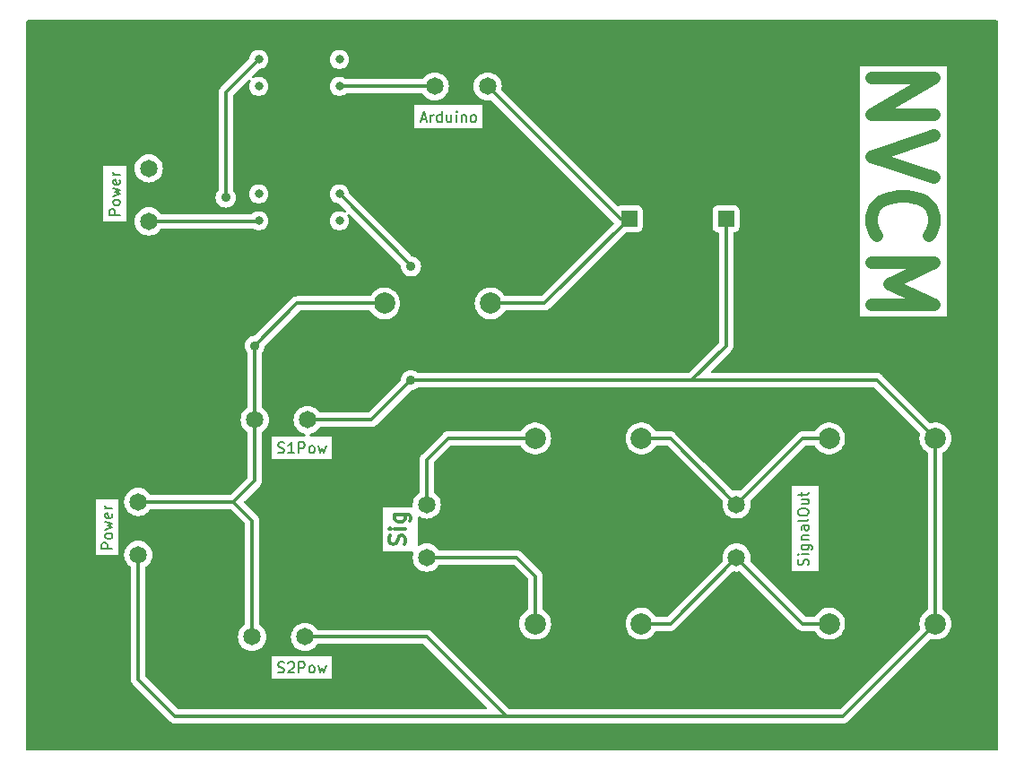
<source format=gbr>
%TF.GenerationSoftware,KiCad,Pcbnew,7.0.7*%
%TF.CreationDate,2024-05-15T22:38:26+02:00*%
%TF.ProjectId,PCB,5043422e-6b69-4636-9164-5f7063625858,rev?*%
%TF.SameCoordinates,Original*%
%TF.FileFunction,Copper,L1,Top*%
%TF.FilePolarity,Positive*%
%FSLAX46Y46*%
G04 Gerber Fmt 4.6, Leading zero omitted, Abs format (unit mm)*
G04 Created by KiCad (PCBNEW 7.0.7) date 2024-05-15 22:38:26*
%MOMM*%
%LPD*%
G01*
G04 APERTURE LIST*
%ADD10C,0.150000*%
%TA.AperFunction,NonConductor*%
%ADD11C,0.150000*%
%TD*%
%ADD12C,0.300000*%
%TA.AperFunction,NonConductor*%
%ADD13C,0.300000*%
%TD*%
%ADD14C,1.200000*%
%TA.AperFunction,NonConductor*%
%ADD15C,1.200000*%
%TD*%
%TA.AperFunction,ComponentPad*%
%ADD16C,2.000000*%
%TD*%
%TA.AperFunction,ComponentPad*%
%ADD17R,1.524000X1.524000*%
%TD*%
%TA.AperFunction,ComponentPad*%
%ADD18C,1.650000*%
%TD*%
%TA.AperFunction,ComponentPad*%
%ADD19C,0.800000*%
%TD*%
%TA.AperFunction,ViaPad*%
%ADD20C,0.900000*%
%TD*%
%TA.AperFunction,Conductor*%
%ADD21C,0.350000*%
%TD*%
G04 APERTURE END LIST*
D10*
D11*
X148322200Y-108460839D02*
X148369819Y-108317982D01*
X148369819Y-108317982D02*
X148369819Y-108079887D01*
X148369819Y-108079887D02*
X148322200Y-107984649D01*
X148322200Y-107984649D02*
X148274580Y-107937030D01*
X148274580Y-107937030D02*
X148179342Y-107889411D01*
X148179342Y-107889411D02*
X148084104Y-107889411D01*
X148084104Y-107889411D02*
X147988866Y-107937030D01*
X147988866Y-107937030D02*
X147941247Y-107984649D01*
X147941247Y-107984649D02*
X147893628Y-108079887D01*
X147893628Y-108079887D02*
X147846009Y-108270363D01*
X147846009Y-108270363D02*
X147798390Y-108365601D01*
X147798390Y-108365601D02*
X147750771Y-108413220D01*
X147750771Y-108413220D02*
X147655533Y-108460839D01*
X147655533Y-108460839D02*
X147560295Y-108460839D01*
X147560295Y-108460839D02*
X147465057Y-108413220D01*
X147465057Y-108413220D02*
X147417438Y-108365601D01*
X147417438Y-108365601D02*
X147369819Y-108270363D01*
X147369819Y-108270363D02*
X147369819Y-108032268D01*
X147369819Y-108032268D02*
X147417438Y-107889411D01*
X148369819Y-107460839D02*
X147703152Y-107460839D01*
X147369819Y-107460839D02*
X147417438Y-107508458D01*
X147417438Y-107508458D02*
X147465057Y-107460839D01*
X147465057Y-107460839D02*
X147417438Y-107413220D01*
X147417438Y-107413220D02*
X147369819Y-107460839D01*
X147369819Y-107460839D02*
X147465057Y-107460839D01*
X147703152Y-106556078D02*
X148512676Y-106556078D01*
X148512676Y-106556078D02*
X148607914Y-106603697D01*
X148607914Y-106603697D02*
X148655533Y-106651316D01*
X148655533Y-106651316D02*
X148703152Y-106746554D01*
X148703152Y-106746554D02*
X148703152Y-106889411D01*
X148703152Y-106889411D02*
X148655533Y-106984649D01*
X148322200Y-106556078D02*
X148369819Y-106651316D01*
X148369819Y-106651316D02*
X148369819Y-106841792D01*
X148369819Y-106841792D02*
X148322200Y-106937030D01*
X148322200Y-106937030D02*
X148274580Y-106984649D01*
X148274580Y-106984649D02*
X148179342Y-107032268D01*
X148179342Y-107032268D02*
X147893628Y-107032268D01*
X147893628Y-107032268D02*
X147798390Y-106984649D01*
X147798390Y-106984649D02*
X147750771Y-106937030D01*
X147750771Y-106937030D02*
X147703152Y-106841792D01*
X147703152Y-106841792D02*
X147703152Y-106651316D01*
X147703152Y-106651316D02*
X147750771Y-106556078D01*
X147703152Y-106079887D02*
X148369819Y-106079887D01*
X147798390Y-106079887D02*
X147750771Y-106032268D01*
X147750771Y-106032268D02*
X147703152Y-105937030D01*
X147703152Y-105937030D02*
X147703152Y-105794173D01*
X147703152Y-105794173D02*
X147750771Y-105698935D01*
X147750771Y-105698935D02*
X147846009Y-105651316D01*
X147846009Y-105651316D02*
X148369819Y-105651316D01*
X148369819Y-104746554D02*
X147846009Y-104746554D01*
X147846009Y-104746554D02*
X147750771Y-104794173D01*
X147750771Y-104794173D02*
X147703152Y-104889411D01*
X147703152Y-104889411D02*
X147703152Y-105079887D01*
X147703152Y-105079887D02*
X147750771Y-105175125D01*
X148322200Y-104746554D02*
X148369819Y-104841792D01*
X148369819Y-104841792D02*
X148369819Y-105079887D01*
X148369819Y-105079887D02*
X148322200Y-105175125D01*
X148322200Y-105175125D02*
X148226961Y-105222744D01*
X148226961Y-105222744D02*
X148131723Y-105222744D01*
X148131723Y-105222744D02*
X148036485Y-105175125D01*
X148036485Y-105175125D02*
X147988866Y-105079887D01*
X147988866Y-105079887D02*
X147988866Y-104841792D01*
X147988866Y-104841792D02*
X147941247Y-104746554D01*
X148369819Y-104127506D02*
X148322200Y-104222744D01*
X148322200Y-104222744D02*
X148226961Y-104270363D01*
X148226961Y-104270363D02*
X147369819Y-104270363D01*
X147369819Y-103556077D02*
X147369819Y-103365601D01*
X147369819Y-103365601D02*
X147417438Y-103270363D01*
X147417438Y-103270363D02*
X147512676Y-103175125D01*
X147512676Y-103175125D02*
X147703152Y-103127506D01*
X147703152Y-103127506D02*
X148036485Y-103127506D01*
X148036485Y-103127506D02*
X148226961Y-103175125D01*
X148226961Y-103175125D02*
X148322200Y-103270363D01*
X148322200Y-103270363D02*
X148369819Y-103365601D01*
X148369819Y-103365601D02*
X148369819Y-103556077D01*
X148369819Y-103556077D02*
X148322200Y-103651315D01*
X148322200Y-103651315D02*
X148226961Y-103746553D01*
X148226961Y-103746553D02*
X148036485Y-103794172D01*
X148036485Y-103794172D02*
X147703152Y-103794172D01*
X147703152Y-103794172D02*
X147512676Y-103746553D01*
X147512676Y-103746553D02*
X147417438Y-103651315D01*
X147417438Y-103651315D02*
X147369819Y-103556077D01*
X147703152Y-102270363D02*
X148369819Y-102270363D01*
X147703152Y-102698934D02*
X148226961Y-102698934D01*
X148226961Y-102698934D02*
X148322200Y-102651315D01*
X148322200Y-102651315D02*
X148369819Y-102556077D01*
X148369819Y-102556077D02*
X148369819Y-102413220D01*
X148369819Y-102413220D02*
X148322200Y-102317982D01*
X148322200Y-102317982D02*
X148274580Y-102270363D01*
X147703152Y-101937029D02*
X147703152Y-101556077D01*
X147369819Y-101794172D02*
X148226961Y-101794172D01*
X148226961Y-101794172D02*
X148322200Y-101746553D01*
X148322200Y-101746553D02*
X148369819Y-101651315D01*
X148369819Y-101651315D02*
X148369819Y-101556077D01*
D10*
D11*
X111789160Y-66334104D02*
X112265350Y-66334104D01*
X111693922Y-66619819D02*
X112027255Y-65619819D01*
X112027255Y-65619819D02*
X112360588Y-66619819D01*
X112693922Y-66619819D02*
X112693922Y-65953152D01*
X112693922Y-66143628D02*
X112741541Y-66048390D01*
X112741541Y-66048390D02*
X112789160Y-66000771D01*
X112789160Y-66000771D02*
X112884398Y-65953152D01*
X112884398Y-65953152D02*
X112979636Y-65953152D01*
X113741541Y-66619819D02*
X113741541Y-65619819D01*
X113741541Y-66572200D02*
X113646303Y-66619819D01*
X113646303Y-66619819D02*
X113455827Y-66619819D01*
X113455827Y-66619819D02*
X113360589Y-66572200D01*
X113360589Y-66572200D02*
X113312970Y-66524580D01*
X113312970Y-66524580D02*
X113265351Y-66429342D01*
X113265351Y-66429342D02*
X113265351Y-66143628D01*
X113265351Y-66143628D02*
X113312970Y-66048390D01*
X113312970Y-66048390D02*
X113360589Y-66000771D01*
X113360589Y-66000771D02*
X113455827Y-65953152D01*
X113455827Y-65953152D02*
X113646303Y-65953152D01*
X113646303Y-65953152D02*
X113741541Y-66000771D01*
X114646303Y-65953152D02*
X114646303Y-66619819D01*
X114217732Y-65953152D02*
X114217732Y-66476961D01*
X114217732Y-66476961D02*
X114265351Y-66572200D01*
X114265351Y-66572200D02*
X114360589Y-66619819D01*
X114360589Y-66619819D02*
X114503446Y-66619819D01*
X114503446Y-66619819D02*
X114598684Y-66572200D01*
X114598684Y-66572200D02*
X114646303Y-66524580D01*
X115122494Y-66619819D02*
X115122494Y-65953152D01*
X115122494Y-65619819D02*
X115074875Y-65667438D01*
X115074875Y-65667438D02*
X115122494Y-65715057D01*
X115122494Y-65715057D02*
X115170113Y-65667438D01*
X115170113Y-65667438D02*
X115122494Y-65619819D01*
X115122494Y-65619819D02*
X115122494Y-65715057D01*
X115598684Y-65953152D02*
X115598684Y-66619819D01*
X115598684Y-66048390D02*
X115646303Y-66000771D01*
X115646303Y-66000771D02*
X115741541Y-65953152D01*
X115741541Y-65953152D02*
X115884398Y-65953152D01*
X115884398Y-65953152D02*
X115979636Y-66000771D01*
X115979636Y-66000771D02*
X116027255Y-66096009D01*
X116027255Y-66096009D02*
X116027255Y-66619819D01*
X116646303Y-66619819D02*
X116551065Y-66572200D01*
X116551065Y-66572200D02*
X116503446Y-66524580D01*
X116503446Y-66524580D02*
X116455827Y-66429342D01*
X116455827Y-66429342D02*
X116455827Y-66143628D01*
X116455827Y-66143628D02*
X116503446Y-66048390D01*
X116503446Y-66048390D02*
X116551065Y-66000771D01*
X116551065Y-66000771D02*
X116646303Y-65953152D01*
X116646303Y-65953152D02*
X116789160Y-65953152D01*
X116789160Y-65953152D02*
X116884398Y-66000771D01*
X116884398Y-66000771D02*
X116932017Y-66048390D01*
X116932017Y-66048390D02*
X116979636Y-66143628D01*
X116979636Y-66143628D02*
X116979636Y-66429342D01*
X116979636Y-66429342D02*
X116932017Y-66524580D01*
X116932017Y-66524580D02*
X116884398Y-66572200D01*
X116884398Y-66572200D02*
X116789160Y-66619819D01*
X116789160Y-66619819D02*
X116646303Y-66619819D01*
D10*
D11*
X83369819Y-75413220D02*
X82369819Y-75413220D01*
X82369819Y-75413220D02*
X82369819Y-75032268D01*
X82369819Y-75032268D02*
X82417438Y-74937030D01*
X82417438Y-74937030D02*
X82465057Y-74889411D01*
X82465057Y-74889411D02*
X82560295Y-74841792D01*
X82560295Y-74841792D02*
X82703152Y-74841792D01*
X82703152Y-74841792D02*
X82798390Y-74889411D01*
X82798390Y-74889411D02*
X82846009Y-74937030D01*
X82846009Y-74937030D02*
X82893628Y-75032268D01*
X82893628Y-75032268D02*
X82893628Y-75413220D01*
X83369819Y-74270363D02*
X83322200Y-74365601D01*
X83322200Y-74365601D02*
X83274580Y-74413220D01*
X83274580Y-74413220D02*
X83179342Y-74460839D01*
X83179342Y-74460839D02*
X82893628Y-74460839D01*
X82893628Y-74460839D02*
X82798390Y-74413220D01*
X82798390Y-74413220D02*
X82750771Y-74365601D01*
X82750771Y-74365601D02*
X82703152Y-74270363D01*
X82703152Y-74270363D02*
X82703152Y-74127506D01*
X82703152Y-74127506D02*
X82750771Y-74032268D01*
X82750771Y-74032268D02*
X82798390Y-73984649D01*
X82798390Y-73984649D02*
X82893628Y-73937030D01*
X82893628Y-73937030D02*
X83179342Y-73937030D01*
X83179342Y-73937030D02*
X83274580Y-73984649D01*
X83274580Y-73984649D02*
X83322200Y-74032268D01*
X83322200Y-74032268D02*
X83369819Y-74127506D01*
X83369819Y-74127506D02*
X83369819Y-74270363D01*
X82703152Y-73603696D02*
X83369819Y-73413220D01*
X83369819Y-73413220D02*
X82893628Y-73222744D01*
X82893628Y-73222744D02*
X83369819Y-73032268D01*
X83369819Y-73032268D02*
X82703152Y-72841792D01*
X83322200Y-72079887D02*
X83369819Y-72175125D01*
X83369819Y-72175125D02*
X83369819Y-72365601D01*
X83369819Y-72365601D02*
X83322200Y-72460839D01*
X83322200Y-72460839D02*
X83226961Y-72508458D01*
X83226961Y-72508458D02*
X82846009Y-72508458D01*
X82846009Y-72508458D02*
X82750771Y-72460839D01*
X82750771Y-72460839D02*
X82703152Y-72365601D01*
X82703152Y-72365601D02*
X82703152Y-72175125D01*
X82703152Y-72175125D02*
X82750771Y-72079887D01*
X82750771Y-72079887D02*
X82846009Y-72032268D01*
X82846009Y-72032268D02*
X82941247Y-72032268D01*
X82941247Y-72032268D02*
X83036485Y-72508458D01*
X83369819Y-71603696D02*
X82703152Y-71603696D01*
X82893628Y-71603696D02*
X82798390Y-71556077D01*
X82798390Y-71556077D02*
X82750771Y-71508458D01*
X82750771Y-71508458D02*
X82703152Y-71413220D01*
X82703152Y-71413220D02*
X82703152Y-71317982D01*
D12*
D13*
X110229400Y-106516917D02*
X110300828Y-106302632D01*
X110300828Y-106302632D02*
X110300828Y-105945489D01*
X110300828Y-105945489D02*
X110229400Y-105802632D01*
X110229400Y-105802632D02*
X110157971Y-105731203D01*
X110157971Y-105731203D02*
X110015114Y-105659774D01*
X110015114Y-105659774D02*
X109872257Y-105659774D01*
X109872257Y-105659774D02*
X109729400Y-105731203D01*
X109729400Y-105731203D02*
X109657971Y-105802632D01*
X109657971Y-105802632D02*
X109586542Y-105945489D01*
X109586542Y-105945489D02*
X109515114Y-106231203D01*
X109515114Y-106231203D02*
X109443685Y-106374060D01*
X109443685Y-106374060D02*
X109372257Y-106445489D01*
X109372257Y-106445489D02*
X109229400Y-106516917D01*
X109229400Y-106516917D02*
X109086542Y-106516917D01*
X109086542Y-106516917D02*
X108943685Y-106445489D01*
X108943685Y-106445489D02*
X108872257Y-106374060D01*
X108872257Y-106374060D02*
X108800828Y-106231203D01*
X108800828Y-106231203D02*
X108800828Y-105874060D01*
X108800828Y-105874060D02*
X108872257Y-105659774D01*
X110300828Y-105016918D02*
X109300828Y-105016918D01*
X108800828Y-105016918D02*
X108872257Y-105088346D01*
X108872257Y-105088346D02*
X108943685Y-105016918D01*
X108943685Y-105016918D02*
X108872257Y-104945489D01*
X108872257Y-104945489D02*
X108800828Y-105016918D01*
X108800828Y-105016918D02*
X108943685Y-105016918D01*
X109300828Y-103659775D02*
X110515114Y-103659775D01*
X110515114Y-103659775D02*
X110657971Y-103731203D01*
X110657971Y-103731203D02*
X110729400Y-103802632D01*
X110729400Y-103802632D02*
X110800828Y-103945489D01*
X110800828Y-103945489D02*
X110800828Y-104159775D01*
X110800828Y-104159775D02*
X110729400Y-104302632D01*
X110229400Y-103659775D02*
X110300828Y-103802632D01*
X110300828Y-103802632D02*
X110300828Y-104088346D01*
X110300828Y-104088346D02*
X110229400Y-104231203D01*
X110229400Y-104231203D02*
X110157971Y-104302632D01*
X110157971Y-104302632D02*
X110015114Y-104374060D01*
X110015114Y-104374060D02*
X109586542Y-104374060D01*
X109586542Y-104374060D02*
X109443685Y-104302632D01*
X109443685Y-104302632D02*
X109372257Y-104231203D01*
X109372257Y-104231203D02*
X109300828Y-104088346D01*
X109300828Y-104088346D02*
X109300828Y-103802632D01*
X109300828Y-103802632D02*
X109372257Y-103659775D01*
D10*
D11*
X98289160Y-118572200D02*
X98432017Y-118619819D01*
X98432017Y-118619819D02*
X98670112Y-118619819D01*
X98670112Y-118619819D02*
X98765350Y-118572200D01*
X98765350Y-118572200D02*
X98812969Y-118524580D01*
X98812969Y-118524580D02*
X98860588Y-118429342D01*
X98860588Y-118429342D02*
X98860588Y-118334104D01*
X98860588Y-118334104D02*
X98812969Y-118238866D01*
X98812969Y-118238866D02*
X98765350Y-118191247D01*
X98765350Y-118191247D02*
X98670112Y-118143628D01*
X98670112Y-118143628D02*
X98479636Y-118096009D01*
X98479636Y-118096009D02*
X98384398Y-118048390D01*
X98384398Y-118048390D02*
X98336779Y-118000771D01*
X98336779Y-118000771D02*
X98289160Y-117905533D01*
X98289160Y-117905533D02*
X98289160Y-117810295D01*
X98289160Y-117810295D02*
X98336779Y-117715057D01*
X98336779Y-117715057D02*
X98384398Y-117667438D01*
X98384398Y-117667438D02*
X98479636Y-117619819D01*
X98479636Y-117619819D02*
X98717731Y-117619819D01*
X98717731Y-117619819D02*
X98860588Y-117667438D01*
X99241541Y-117715057D02*
X99289160Y-117667438D01*
X99289160Y-117667438D02*
X99384398Y-117619819D01*
X99384398Y-117619819D02*
X99622493Y-117619819D01*
X99622493Y-117619819D02*
X99717731Y-117667438D01*
X99717731Y-117667438D02*
X99765350Y-117715057D01*
X99765350Y-117715057D02*
X99812969Y-117810295D01*
X99812969Y-117810295D02*
X99812969Y-117905533D01*
X99812969Y-117905533D02*
X99765350Y-118048390D01*
X99765350Y-118048390D02*
X99193922Y-118619819D01*
X99193922Y-118619819D02*
X99812969Y-118619819D01*
X100241541Y-118619819D02*
X100241541Y-117619819D01*
X100241541Y-117619819D02*
X100622493Y-117619819D01*
X100622493Y-117619819D02*
X100717731Y-117667438D01*
X100717731Y-117667438D02*
X100765350Y-117715057D01*
X100765350Y-117715057D02*
X100812969Y-117810295D01*
X100812969Y-117810295D02*
X100812969Y-117953152D01*
X100812969Y-117953152D02*
X100765350Y-118048390D01*
X100765350Y-118048390D02*
X100717731Y-118096009D01*
X100717731Y-118096009D02*
X100622493Y-118143628D01*
X100622493Y-118143628D02*
X100241541Y-118143628D01*
X101384398Y-118619819D02*
X101289160Y-118572200D01*
X101289160Y-118572200D02*
X101241541Y-118524580D01*
X101241541Y-118524580D02*
X101193922Y-118429342D01*
X101193922Y-118429342D02*
X101193922Y-118143628D01*
X101193922Y-118143628D02*
X101241541Y-118048390D01*
X101241541Y-118048390D02*
X101289160Y-118000771D01*
X101289160Y-118000771D02*
X101384398Y-117953152D01*
X101384398Y-117953152D02*
X101527255Y-117953152D01*
X101527255Y-117953152D02*
X101622493Y-118000771D01*
X101622493Y-118000771D02*
X101670112Y-118048390D01*
X101670112Y-118048390D02*
X101717731Y-118143628D01*
X101717731Y-118143628D02*
X101717731Y-118429342D01*
X101717731Y-118429342D02*
X101670112Y-118524580D01*
X101670112Y-118524580D02*
X101622493Y-118572200D01*
X101622493Y-118572200D02*
X101527255Y-118619819D01*
X101527255Y-118619819D02*
X101384398Y-118619819D01*
X102051065Y-117953152D02*
X102241541Y-118619819D01*
X102241541Y-118619819D02*
X102432017Y-118143628D01*
X102432017Y-118143628D02*
X102622493Y-118619819D01*
X102622493Y-118619819D02*
X102812969Y-117953152D01*
D10*
D11*
X98289160Y-97822200D02*
X98432017Y-97869819D01*
X98432017Y-97869819D02*
X98670112Y-97869819D01*
X98670112Y-97869819D02*
X98765350Y-97822200D01*
X98765350Y-97822200D02*
X98812969Y-97774580D01*
X98812969Y-97774580D02*
X98860588Y-97679342D01*
X98860588Y-97679342D02*
X98860588Y-97584104D01*
X98860588Y-97584104D02*
X98812969Y-97488866D01*
X98812969Y-97488866D02*
X98765350Y-97441247D01*
X98765350Y-97441247D02*
X98670112Y-97393628D01*
X98670112Y-97393628D02*
X98479636Y-97346009D01*
X98479636Y-97346009D02*
X98384398Y-97298390D01*
X98384398Y-97298390D02*
X98336779Y-97250771D01*
X98336779Y-97250771D02*
X98289160Y-97155533D01*
X98289160Y-97155533D02*
X98289160Y-97060295D01*
X98289160Y-97060295D02*
X98336779Y-96965057D01*
X98336779Y-96965057D02*
X98384398Y-96917438D01*
X98384398Y-96917438D02*
X98479636Y-96869819D01*
X98479636Y-96869819D02*
X98717731Y-96869819D01*
X98717731Y-96869819D02*
X98860588Y-96917438D01*
X99812969Y-97869819D02*
X99241541Y-97869819D01*
X99527255Y-97869819D02*
X99527255Y-96869819D01*
X99527255Y-96869819D02*
X99432017Y-97012676D01*
X99432017Y-97012676D02*
X99336779Y-97107914D01*
X99336779Y-97107914D02*
X99241541Y-97155533D01*
X100241541Y-97869819D02*
X100241541Y-96869819D01*
X100241541Y-96869819D02*
X100622493Y-96869819D01*
X100622493Y-96869819D02*
X100717731Y-96917438D01*
X100717731Y-96917438D02*
X100765350Y-96965057D01*
X100765350Y-96965057D02*
X100812969Y-97060295D01*
X100812969Y-97060295D02*
X100812969Y-97203152D01*
X100812969Y-97203152D02*
X100765350Y-97298390D01*
X100765350Y-97298390D02*
X100717731Y-97346009D01*
X100717731Y-97346009D02*
X100622493Y-97393628D01*
X100622493Y-97393628D02*
X100241541Y-97393628D01*
X101384398Y-97869819D02*
X101289160Y-97822200D01*
X101289160Y-97822200D02*
X101241541Y-97774580D01*
X101241541Y-97774580D02*
X101193922Y-97679342D01*
X101193922Y-97679342D02*
X101193922Y-97393628D01*
X101193922Y-97393628D02*
X101241541Y-97298390D01*
X101241541Y-97298390D02*
X101289160Y-97250771D01*
X101289160Y-97250771D02*
X101384398Y-97203152D01*
X101384398Y-97203152D02*
X101527255Y-97203152D01*
X101527255Y-97203152D02*
X101622493Y-97250771D01*
X101622493Y-97250771D02*
X101670112Y-97298390D01*
X101670112Y-97298390D02*
X101717731Y-97393628D01*
X101717731Y-97393628D02*
X101717731Y-97679342D01*
X101717731Y-97679342D02*
X101670112Y-97774580D01*
X101670112Y-97774580D02*
X101622493Y-97822200D01*
X101622493Y-97822200D02*
X101527255Y-97869819D01*
X101527255Y-97869819D02*
X101384398Y-97869819D01*
X102051065Y-97203152D02*
X102241541Y-97869819D01*
X102241541Y-97869819D02*
X102432017Y-97393628D01*
X102432017Y-97393628D02*
X102622493Y-97869819D01*
X102622493Y-97869819D02*
X102812969Y-97203152D01*
D10*
D11*
X82619819Y-106913220D02*
X81619819Y-106913220D01*
X81619819Y-106913220D02*
X81619819Y-106532268D01*
X81619819Y-106532268D02*
X81667438Y-106437030D01*
X81667438Y-106437030D02*
X81715057Y-106389411D01*
X81715057Y-106389411D02*
X81810295Y-106341792D01*
X81810295Y-106341792D02*
X81953152Y-106341792D01*
X81953152Y-106341792D02*
X82048390Y-106389411D01*
X82048390Y-106389411D02*
X82096009Y-106437030D01*
X82096009Y-106437030D02*
X82143628Y-106532268D01*
X82143628Y-106532268D02*
X82143628Y-106913220D01*
X82619819Y-105770363D02*
X82572200Y-105865601D01*
X82572200Y-105865601D02*
X82524580Y-105913220D01*
X82524580Y-105913220D02*
X82429342Y-105960839D01*
X82429342Y-105960839D02*
X82143628Y-105960839D01*
X82143628Y-105960839D02*
X82048390Y-105913220D01*
X82048390Y-105913220D02*
X82000771Y-105865601D01*
X82000771Y-105865601D02*
X81953152Y-105770363D01*
X81953152Y-105770363D02*
X81953152Y-105627506D01*
X81953152Y-105627506D02*
X82000771Y-105532268D01*
X82000771Y-105532268D02*
X82048390Y-105484649D01*
X82048390Y-105484649D02*
X82143628Y-105437030D01*
X82143628Y-105437030D02*
X82429342Y-105437030D01*
X82429342Y-105437030D02*
X82524580Y-105484649D01*
X82524580Y-105484649D02*
X82572200Y-105532268D01*
X82572200Y-105532268D02*
X82619819Y-105627506D01*
X82619819Y-105627506D02*
X82619819Y-105770363D01*
X81953152Y-105103696D02*
X82619819Y-104913220D01*
X82619819Y-104913220D02*
X82143628Y-104722744D01*
X82143628Y-104722744D02*
X82619819Y-104532268D01*
X82619819Y-104532268D02*
X81953152Y-104341792D01*
X82572200Y-103579887D02*
X82619819Y-103675125D01*
X82619819Y-103675125D02*
X82619819Y-103865601D01*
X82619819Y-103865601D02*
X82572200Y-103960839D01*
X82572200Y-103960839D02*
X82476961Y-104008458D01*
X82476961Y-104008458D02*
X82096009Y-104008458D01*
X82096009Y-104008458D02*
X82000771Y-103960839D01*
X82000771Y-103960839D02*
X81953152Y-103865601D01*
X81953152Y-103865601D02*
X81953152Y-103675125D01*
X81953152Y-103675125D02*
X82000771Y-103579887D01*
X82000771Y-103579887D02*
X82096009Y-103532268D01*
X82096009Y-103532268D02*
X82191247Y-103532268D01*
X82191247Y-103532268D02*
X82286485Y-104008458D01*
X82619819Y-103103696D02*
X81953152Y-103103696D01*
X82143628Y-103103696D02*
X82048390Y-103056077D01*
X82048390Y-103056077D02*
X82000771Y-103008458D01*
X82000771Y-103008458D02*
X81953152Y-102913220D01*
X81953152Y-102913220D02*
X81953152Y-102817982D01*
D14*
D15*
X154286685Y-62468044D02*
X160286685Y-62468044D01*
X160286685Y-62468044D02*
X154286685Y-65896615D01*
X154286685Y-65896615D02*
X160286685Y-65896615D01*
X160286685Y-67896615D02*
X154286685Y-69896615D01*
X154286685Y-69896615D02*
X160286685Y-71896615D01*
X154858114Y-77325186D02*
X154572400Y-77039472D01*
X154572400Y-77039472D02*
X154286685Y-76182329D01*
X154286685Y-76182329D02*
X154286685Y-75610901D01*
X154286685Y-75610901D02*
X154572400Y-74753758D01*
X154572400Y-74753758D02*
X155143828Y-74182329D01*
X155143828Y-74182329D02*
X155715257Y-73896615D01*
X155715257Y-73896615D02*
X156858114Y-73610901D01*
X156858114Y-73610901D02*
X157715257Y-73610901D01*
X157715257Y-73610901D02*
X158858114Y-73896615D01*
X158858114Y-73896615D02*
X159429542Y-74182329D01*
X159429542Y-74182329D02*
X160000971Y-74753758D01*
X160000971Y-74753758D02*
X160286685Y-75610901D01*
X160286685Y-75610901D02*
X160286685Y-76182329D01*
X160286685Y-76182329D02*
X160000971Y-77039472D01*
X160000971Y-77039472D02*
X159715257Y-77325186D01*
X154286685Y-79896615D02*
X160286685Y-79896615D01*
X160286685Y-79896615D02*
X156000971Y-81896615D01*
X156000971Y-81896615D02*
X160286685Y-83896615D01*
X160286685Y-83896615D02*
X154286685Y-83896615D01*
D16*
%TO.P,R2,2*%
%TO.N,Net-(J5-Pin_2)*%
X132597000Y-114000000D03*
%TO.P,R2,1*%
%TO.N,Net-(J4-Pin_2)*%
X122564000Y-114000000D03*
%TD*%
D17*
%TO.P,SW1,2,A*%
%TO.N,GND*%
X140572000Y-75750000D03*
%TO.P,SW1,1,A*%
%TO.N,Net-(J6-Pin_1)*%
X131428000Y-75750000D03*
%TD*%
D18*
%TO.P,J7,2*%
%TO.N,N/C*%
X86072000Y-71000000D03*
%TO.P,J7,1,Pin_1*%
%TO.N,Net-(J7-Pin_1)*%
X86072000Y-76000000D03*
%TD*%
%TO.P,J6,2,Pin_2*%
%TO.N,Net-(J6-Pin_2)*%
X113072000Y-63250000D03*
%TO.P,J6,1,Pin_1*%
%TO.N,Net-(J6-Pin_1)*%
X118072000Y-63250000D03*
%TD*%
%TO.P,J5,2,Pin_2*%
%TO.N,Net-(J5-Pin_2)*%
X141572000Y-107750000D03*
%TO.P,J5,1,Pin_1*%
%TO.N,Net-(J5-Pin_1)*%
X141572000Y-102750000D03*
%TD*%
%TO.P,J4,2,Pin_2*%
%TO.N,Net-(J4-Pin_2)*%
X112322000Y-107750000D03*
%TO.P,J4,1,Pin_1*%
%TO.N,Net-(J4-Pin_1)*%
X112322000Y-102750000D03*
%TD*%
%TO.P,J3,2,Pin_2*%
%TO.N,Net-(J1-Pin_2)*%
X95822000Y-115250000D03*
%TO.P,J3,1,Pin_1*%
%TO.N,GND*%
X100822000Y-115250000D03*
%TD*%
%TO.P,J2,1,Pin_1*%
%TO.N,GND*%
X101072000Y-94750000D03*
%TO.P,J2,2,Pin_2*%
%TO.N,Net-(J1-Pin_2)*%
X96072000Y-94750000D03*
%TD*%
%TO.P,J1,1,Pin_1*%
%TO.N,GND*%
X85072000Y-107500000D03*
%TO.P,J1,2,Pin_2*%
%TO.N,Net-(J1-Pin_2)*%
X85072000Y-102500000D03*
%TD*%
D19*
%TO.P,U3,8*%
%TO.N,Net-(J7-Pin_1)*%
X96452000Y-75950000D03*
%TO.P,U3,7*%
%TO.N,unconnected-(U3-Pad7)*%
X96452000Y-73410000D03*
%TO.P,U3,6*%
%TO.N,unconnected-(U3-Pad6)*%
X96452000Y-63250000D03*
%TO.P,U3,5*%
%TO.N,Net-(J1-Pin_2)*%
X96452000Y-60710000D03*
%TO.P,U3,4*%
%TO.N,unconnected-(U3-Pad4)*%
X104072000Y-75950000D03*
%TO.P,U3,3*%
%TO.N,GND*%
X104072000Y-73410000D03*
%TO.P,U3,2*%
%TO.N,Net-(J6-Pin_2)*%
X104072000Y-63250000D03*
%TO.P,U3,1*%
%TO.N,unconnected-(U3-Pad1)*%
X104072000Y-60710000D03*
%TD*%
D16*
%TO.P,R5,2*%
%TO.N,Net-(J6-Pin_1)*%
X118347000Y-83750000D03*
%TO.P,R5,1*%
%TO.N,Net-(J1-Pin_2)*%
X108314000Y-83750000D03*
%TD*%
%TO.P,R4,1*%
%TO.N,Net-(J5-Pin_2)*%
X150314000Y-114000000D03*
%TO.P,R4,2*%
%TO.N,GND*%
X160347000Y-114000000D03*
%TD*%
%TO.P,R3,2*%
%TO.N,GND*%
X160347000Y-96500000D03*
%TO.P,R3,1*%
%TO.N,Net-(J5-Pin_1)*%
X150314000Y-96500000D03*
%TD*%
%TO.P,R1,1*%
%TO.N,Net-(J4-Pin_1)*%
X122564000Y-96500000D03*
%TO.P,R1,2*%
%TO.N,Net-(J5-Pin_1)*%
X132597000Y-96500000D03*
%TD*%
D20*
%TO.N,GND*%
X110822000Y-80250000D03*
X110822000Y-91000000D03*
%TO.N,Net-(J1-Pin_2)*%
X96072000Y-87750000D03*
X93322000Y-73750000D03*
%TD*%
D21*
%TO.N,GND*%
X110822000Y-80160000D02*
X104072000Y-73410000D01*
%TO.N,Net-(J1-Pin_2)*%
X93322000Y-63840000D02*
X93322000Y-73750000D01*
X96452000Y-60710000D02*
X93322000Y-63840000D01*
%TO.N,GND*%
X154847000Y-91000000D02*
X137322000Y-91000000D01*
X137322000Y-91000000D02*
X110822000Y-91000000D01*
X140572000Y-75750000D02*
X140572000Y-87750000D01*
X140572000Y-87750000D02*
X137322000Y-91000000D01*
%TO.N,Net-(J6-Pin_1)*%
X131428000Y-75750000D02*
X130572000Y-75750000D01*
X130572000Y-75750000D02*
X118072000Y-63250000D01*
X118347000Y-83750000D02*
X123428000Y-83750000D01*
X123428000Y-83750000D02*
X131428000Y-75750000D01*
%TO.N,GND*%
X160347000Y-96500000D02*
X154847000Y-91000000D01*
X110822000Y-91000000D02*
X107072000Y-94750000D01*
X107072000Y-94750000D02*
X101072000Y-94750000D01*
%TO.N,Net-(J6-Pin_2)*%
X113072000Y-63250000D02*
X104072000Y-63250000D01*
%TO.N,Net-(J7-Pin_1)*%
X86072000Y-76000000D02*
X96402000Y-76000000D01*
X96402000Y-76000000D02*
X96452000Y-75950000D01*
%TO.N,Net-(J5-Pin_1)*%
X141572000Y-102750000D02*
X147822000Y-96500000D01*
X147822000Y-96500000D02*
X150314000Y-96500000D01*
X132597000Y-96500000D02*
X135322000Y-96500000D01*
X135322000Y-96500000D02*
X141572000Y-102750000D01*
%TO.N,Net-(J5-Pin_2)*%
X141572000Y-107750000D02*
X147822000Y-114000000D01*
X147822000Y-114000000D02*
X150314000Y-114000000D01*
X132597000Y-114000000D02*
X135322000Y-114000000D01*
X135322000Y-114000000D02*
X141572000Y-107750000D01*
%TO.N,Net-(J4-Pin_2)*%
X120822000Y-107750000D02*
X122572000Y-109500000D01*
X112322000Y-107750000D02*
X120822000Y-107750000D01*
X122572000Y-109500000D02*
X122564000Y-109508000D01*
X122564000Y-109508000D02*
X122564000Y-114000000D01*
%TO.N,Net-(J4-Pin_1)*%
X112322000Y-98500000D02*
X114322000Y-96500000D01*
X112322000Y-102750000D02*
X112322000Y-98500000D01*
X114322000Y-96500000D02*
X122564000Y-96500000D01*
%TO.N,Net-(J1-Pin_2)*%
X96072000Y-87750000D02*
X100072000Y-83750000D01*
X96072000Y-94750000D02*
X96072000Y-87750000D01*
X100072000Y-83750000D02*
X108314000Y-83750000D01*
%TO.N,GND*%
X160347000Y-114000000D02*
X160347000Y-96500000D01*
X88572000Y-122750000D02*
X119822000Y-122750000D01*
X112322000Y-115250000D02*
X119822000Y-122750000D01*
X119822000Y-122750000D02*
X151597000Y-122750000D01*
X100822000Y-115250000D02*
X112322000Y-115250000D01*
X85072000Y-119250000D02*
X88572000Y-122750000D01*
X85072000Y-107500000D02*
X85072000Y-119250000D01*
X151597000Y-122750000D02*
X160347000Y-114000000D01*
%TO.N,Net-(J1-Pin_2)*%
X95822000Y-115250000D02*
X95822000Y-104250000D01*
X95822000Y-104250000D02*
X94072000Y-102500000D01*
X85072000Y-102500000D02*
X94072000Y-102500000D01*
X94072000Y-102500000D02*
X96072000Y-100500000D01*
X96072000Y-100500000D02*
X96072000Y-94750000D01*
%TD*%
%TA.AperFunction,NonConductor*%
G36*
X166193039Y-57019685D02*
G01*
X166238794Y-57072489D01*
X166250000Y-57124000D01*
X166250000Y-125876000D01*
X166230315Y-125943039D01*
X166177511Y-125988794D01*
X166126000Y-126000000D01*
X74624000Y-126000000D01*
X74556961Y-125980315D01*
X74511206Y-125927511D01*
X74500000Y-125876000D01*
X74500000Y-107500001D01*
X83741437Y-107500001D01*
X83761650Y-107731044D01*
X83761651Y-107731051D01*
X83821678Y-107955074D01*
X83821679Y-107955076D01*
X83821680Y-107955079D01*
X83919699Y-108165282D01*
X84052730Y-108355268D01*
X84052730Y-108355269D01*
X84216730Y-108519269D01*
X84343623Y-108608122D01*
X84387248Y-108662699D01*
X84396499Y-108709696D01*
X84396499Y-119227725D01*
X84396386Y-119231468D01*
X84392780Y-119291081D01*
X84392781Y-119291086D01*
X84403545Y-119349828D01*
X84404108Y-119353529D01*
X84411311Y-119412845D01*
X84414637Y-119421614D01*
X84420661Y-119443223D01*
X84422350Y-119452440D01*
X84446863Y-119506907D01*
X84448296Y-119510366D01*
X84469481Y-119566224D01*
X84469481Y-119566225D01*
X84474805Y-119573938D01*
X84485824Y-119593476D01*
X84489671Y-119602023D01*
X84489672Y-119602025D01*
X84526515Y-119649051D01*
X84528730Y-119652061D01*
X84562668Y-119701229D01*
X84607392Y-119740851D01*
X84610084Y-119743385D01*
X88078619Y-123211921D01*
X88081171Y-123214633D01*
X88120771Y-123259332D01*
X88169955Y-123293281D01*
X88172944Y-123295481D01*
X88219972Y-123332325D01*
X88228514Y-123336169D01*
X88248061Y-123347194D01*
X88255774Y-123352518D01*
X88311643Y-123373706D01*
X88315082Y-123375131D01*
X88369561Y-123399650D01*
X88378776Y-123401338D01*
X88400389Y-123407363D01*
X88409155Y-123410688D01*
X88468471Y-123417890D01*
X88472158Y-123418451D01*
X88530915Y-123429219D01*
X88586889Y-123425833D01*
X88590527Y-123425613D01*
X88594272Y-123425500D01*
X119749352Y-123425500D01*
X119771703Y-123427531D01*
X119774067Y-123427964D01*
X119780915Y-123429219D01*
X119780916Y-123429218D01*
X119780917Y-123429219D01*
X119840534Y-123425613D01*
X119844278Y-123425500D01*
X151574722Y-123425500D01*
X151578466Y-123425613D01*
X151638082Y-123429219D01*
X151638082Y-123429218D01*
X151638085Y-123429219D01*
X151674327Y-123422577D01*
X151696836Y-123418453D01*
X151700540Y-123417889D01*
X151721888Y-123415296D01*
X151759845Y-123410688D01*
X151768605Y-123407365D01*
X151790221Y-123401338D01*
X151799439Y-123399650D01*
X151853916Y-123375132D01*
X151857358Y-123373705D01*
X151913226Y-123352518D01*
X151920933Y-123347197D01*
X151940480Y-123336172D01*
X151949028Y-123332326D01*
X151996066Y-123295472D01*
X151999072Y-123293261D01*
X152048229Y-123259332D01*
X152087852Y-123214605D01*
X152090395Y-123211905D01*
X159822411Y-115479888D01*
X159883732Y-115446405D01*
X159950354Y-115450290D01*
X159977386Y-115459571D01*
X160222665Y-115500500D01*
X160471335Y-115500500D01*
X160716614Y-115459571D01*
X160951810Y-115378828D01*
X161170509Y-115260474D01*
X161366744Y-115107738D01*
X161535164Y-114924785D01*
X161671173Y-114716607D01*
X161771063Y-114488881D01*
X161832108Y-114247821D01*
X161840887Y-114141877D01*
X161852643Y-114000005D01*
X161852643Y-113999994D01*
X161832109Y-113752187D01*
X161832107Y-113752175D01*
X161771063Y-113511118D01*
X161671173Y-113283393D01*
X161535166Y-113075217D01*
X161513557Y-113051744D01*
X161366744Y-112892262D01*
X161170509Y-112739526D01*
X161170508Y-112739525D01*
X161170505Y-112739523D01*
X161170503Y-112739522D01*
X161087481Y-112694592D01*
X161037891Y-112645372D01*
X161022500Y-112585538D01*
X161022500Y-97914460D01*
X161042185Y-97847421D01*
X161087483Y-97805405D01*
X161170507Y-97760475D01*
X161170506Y-97760475D01*
X161170509Y-97760474D01*
X161366744Y-97607738D01*
X161535164Y-97424785D01*
X161671173Y-97216607D01*
X161771063Y-96988881D01*
X161832108Y-96747821D01*
X161852643Y-96500000D01*
X161832108Y-96252179D01*
X161822563Y-96214485D01*
X161771063Y-96011118D01*
X161671173Y-95783393D01*
X161535166Y-95575217D01*
X161446017Y-95478376D01*
X161366744Y-95392262D01*
X161170509Y-95239526D01*
X161170507Y-95239525D01*
X161170506Y-95239524D01*
X160951811Y-95121172D01*
X160951802Y-95121169D01*
X160716616Y-95040429D01*
X160471335Y-94999500D01*
X160222665Y-94999500D01*
X159977387Y-95040428D01*
X159950349Y-95049710D01*
X159880550Y-95052857D01*
X159822409Y-95020108D01*
X158221738Y-93419437D01*
X155340385Y-90538084D01*
X155337851Y-90535392D01*
X155298229Y-90490668D01*
X155249061Y-90456730D01*
X155246051Y-90454515D01*
X155199025Y-90417672D01*
X155199023Y-90417671D01*
X155190476Y-90413824D01*
X155170938Y-90402805D01*
X155163226Y-90397482D01*
X155163224Y-90397481D01*
X155107366Y-90376296D01*
X155103907Y-90374863D01*
X155049440Y-90350350D01*
X155049441Y-90350350D01*
X155042087Y-90349002D01*
X155040222Y-90348660D01*
X155018614Y-90342637D01*
X155009845Y-90339311D01*
X154950529Y-90332108D01*
X154946828Y-90331545D01*
X154888089Y-90320781D01*
X154888082Y-90320781D01*
X154828466Y-90324387D01*
X154824722Y-90324500D01*
X139252163Y-90324500D01*
X139185124Y-90304815D01*
X139139369Y-90252011D01*
X139129425Y-90182853D01*
X139158450Y-90119297D01*
X139164482Y-90112819D01*
X139336876Y-89940424D01*
X141033913Y-88243386D01*
X141036605Y-88240852D01*
X141081332Y-88201229D01*
X141115269Y-88152059D01*
X141117472Y-88149066D01*
X141154326Y-88102028D01*
X141158172Y-88093480D01*
X141169197Y-88073935D01*
X141174517Y-88066227D01*
X141174516Y-88066227D01*
X141174518Y-88066226D01*
X141195705Y-88010358D01*
X141197132Y-88006916D01*
X141221647Y-87952446D01*
X141221647Y-87952445D01*
X141221650Y-87952439D01*
X141223338Y-87943221D01*
X141229366Y-87921603D01*
X141232688Y-87912845D01*
X141239889Y-87853540D01*
X141240453Y-87849836D01*
X141244577Y-87827327D01*
X141251219Y-87791085D01*
X141247613Y-87731466D01*
X141247500Y-87727722D01*
X141247500Y-77136499D01*
X141267185Y-77069460D01*
X141319989Y-77023705D01*
X141371500Y-77012499D01*
X141381871Y-77012499D01*
X141381872Y-77012499D01*
X141441483Y-77006091D01*
X141576331Y-76955796D01*
X141691546Y-76869546D01*
X141777796Y-76754331D01*
X141828091Y-76619483D01*
X141834500Y-76559873D01*
X141834499Y-74940128D01*
X141828091Y-74880517D01*
X141815851Y-74847701D01*
X141777797Y-74745671D01*
X141777793Y-74745664D01*
X141691547Y-74630455D01*
X141691544Y-74630452D01*
X141576335Y-74544206D01*
X141576328Y-74544202D01*
X141441482Y-74493908D01*
X141441483Y-74493908D01*
X141381883Y-74487501D01*
X141381881Y-74487500D01*
X141381873Y-74487500D01*
X141381864Y-74487500D01*
X139762129Y-74487500D01*
X139762123Y-74487501D01*
X139702516Y-74493908D01*
X139567671Y-74544202D01*
X139567664Y-74544206D01*
X139452455Y-74630452D01*
X139452452Y-74630455D01*
X139366206Y-74745664D01*
X139366202Y-74745671D01*
X139315908Y-74880517D01*
X139309501Y-74940116D01*
X139309501Y-74940123D01*
X139309500Y-74940135D01*
X139309500Y-76559870D01*
X139309501Y-76559876D01*
X139315908Y-76619483D01*
X139366202Y-76754328D01*
X139366206Y-76754335D01*
X139452452Y-76869544D01*
X139452455Y-76869547D01*
X139567664Y-76955793D01*
X139567671Y-76955797D01*
X139612618Y-76972561D01*
X139702517Y-77006091D01*
X139762127Y-77012500D01*
X139772494Y-77012499D01*
X139839532Y-77032179D01*
X139885291Y-77084979D01*
X139896500Y-77136499D01*
X139896500Y-87418837D01*
X139876815Y-87485876D01*
X139860181Y-87506518D01*
X137078518Y-90288181D01*
X137017195Y-90321666D01*
X136990837Y-90324500D01*
X111541551Y-90324500D01*
X111474512Y-90304815D01*
X111462886Y-90296353D01*
X111352626Y-90205864D01*
X111352623Y-90205862D01*
X111187502Y-90117604D01*
X111008333Y-90063253D01*
X111008331Y-90063252D01*
X110822000Y-90044901D01*
X110635668Y-90063252D01*
X110635666Y-90063253D01*
X110456497Y-90117604D01*
X110291376Y-90205862D01*
X110291373Y-90205864D01*
X110146642Y-90324642D01*
X110027864Y-90469373D01*
X110027862Y-90469376D01*
X109939604Y-90634497D01*
X109885253Y-90813666D01*
X109885253Y-90813667D01*
X109871271Y-90955622D01*
X109845110Y-91020409D01*
X109835549Y-91031148D01*
X106828518Y-94038181D01*
X106767195Y-94071666D01*
X106740837Y-94074500D01*
X102281696Y-94074500D01*
X102214657Y-94054815D01*
X102180123Y-94021626D01*
X102091270Y-93894731D01*
X101927269Y-93730730D01*
X101737282Y-93597699D01*
X101527079Y-93499680D01*
X101527076Y-93499679D01*
X101527074Y-93499678D01*
X101303051Y-93439651D01*
X101303044Y-93439650D01*
X101072002Y-93419437D01*
X101071998Y-93419437D01*
X100840955Y-93439650D01*
X100840948Y-93439651D01*
X100616917Y-93499681D01*
X100406718Y-93597699D01*
X100406714Y-93597701D01*
X100216735Y-93730726D01*
X100216729Y-93730731D01*
X100052731Y-93894729D01*
X100052726Y-93894735D01*
X99919701Y-94084714D01*
X99919699Y-94084718D01*
X99821681Y-94294917D01*
X99761651Y-94518948D01*
X99761650Y-94518955D01*
X99741437Y-94749998D01*
X99741437Y-94750001D01*
X99761650Y-94981044D01*
X99761651Y-94981051D01*
X99821678Y-95205074D01*
X99821679Y-95205076D01*
X99821680Y-95205079D01*
X99919699Y-95415282D01*
X100052730Y-95605269D01*
X100216731Y-95769270D01*
X100406718Y-95902301D01*
X100616921Y-96000320D01*
X100787016Y-96045897D01*
X100846676Y-96082262D01*
X100877205Y-96145109D01*
X100868910Y-96214485D01*
X100824425Y-96268363D01*
X100757873Y-96289637D01*
X100754922Y-96289672D01*
X97709370Y-96289672D01*
X97709370Y-98449702D01*
X103389216Y-98449702D01*
X103389216Y-96289672D01*
X101389078Y-96289672D01*
X101322039Y-96269987D01*
X101276284Y-96217183D01*
X101266340Y-96148025D01*
X101295365Y-96084469D01*
X101354143Y-96046695D01*
X101356962Y-96045903D01*
X101527079Y-96000320D01*
X101737282Y-95902301D01*
X101927269Y-95769270D01*
X102091270Y-95605269D01*
X102180122Y-95478374D01*
X102234699Y-95434751D01*
X102281696Y-95425500D01*
X107049722Y-95425500D01*
X107053466Y-95425613D01*
X107113082Y-95429219D01*
X107113082Y-95429218D01*
X107113085Y-95429219D01*
X107149327Y-95422577D01*
X107171836Y-95418453D01*
X107175540Y-95417889D01*
X107197018Y-95415281D01*
X107234845Y-95410688D01*
X107243605Y-95407365D01*
X107265221Y-95401338D01*
X107274439Y-95399650D01*
X107290855Y-95392262D01*
X107328916Y-95375132D01*
X107332358Y-95373705D01*
X107388226Y-95352518D01*
X107395933Y-95347197D01*
X107415480Y-95336172D01*
X107424028Y-95332326D01*
X107471066Y-95295472D01*
X107474059Y-95293269D01*
X107523229Y-95259332D01*
X107562852Y-95214605D01*
X107565386Y-95211913D01*
X110790852Y-91986447D01*
X110852173Y-91952964D01*
X110866370Y-91950728D01*
X111008331Y-91936747D01*
X111187501Y-91882396D01*
X111352625Y-91794136D01*
X111462885Y-91703647D01*
X111527196Y-91676334D01*
X111541551Y-91675500D01*
X137281143Y-91675500D01*
X137299722Y-91675500D01*
X137303466Y-91675613D01*
X137363082Y-91679219D01*
X137363082Y-91679218D01*
X137363085Y-91679219D01*
X137370481Y-91677863D01*
X137372297Y-91677531D01*
X137394648Y-91675500D01*
X154515837Y-91675500D01*
X154582876Y-91695185D01*
X154603518Y-91711819D01*
X158869050Y-95977351D01*
X158902535Y-96038674D01*
X158901575Y-96095472D01*
X158861891Y-96252182D01*
X158841357Y-96499994D01*
X158841357Y-96500005D01*
X158861890Y-96747812D01*
X158861892Y-96747824D01*
X158922936Y-96988881D01*
X159022826Y-97216606D01*
X159158833Y-97424782D01*
X159158836Y-97424785D01*
X159327256Y-97607738D01*
X159449764Y-97703090D01*
X159523488Y-97760472D01*
X159523492Y-97760475D01*
X159606517Y-97805405D01*
X159656108Y-97854624D01*
X159671500Y-97914460D01*
X159671500Y-112585538D01*
X159651815Y-112652577D01*
X159606519Y-112694592D01*
X159523496Y-112739522D01*
X159523494Y-112739523D01*
X159327257Y-112892261D01*
X159158833Y-113075217D01*
X159022826Y-113283393D01*
X158922936Y-113511118D01*
X158861892Y-113752175D01*
X158861890Y-113752187D01*
X158841357Y-113999994D01*
X158841357Y-114000005D01*
X158861891Y-114247817D01*
X158861891Y-114247820D01*
X158861892Y-114247821D01*
X158899094Y-114394731D01*
X158901575Y-114404526D01*
X158898950Y-114474346D01*
X158869050Y-114522647D01*
X151353518Y-122038181D01*
X151292195Y-122071666D01*
X151265837Y-122074500D01*
X120153163Y-122074500D01*
X120086124Y-122054815D01*
X120065482Y-122038181D01*
X116946137Y-118918836D01*
X112815385Y-114788084D01*
X112812851Y-114785392D01*
X112773229Y-114740668D01*
X112724061Y-114706730D01*
X112721051Y-114704515D01*
X112674028Y-114667674D01*
X112674026Y-114667673D01*
X112674025Y-114667672D01*
X112674023Y-114667671D01*
X112665476Y-114663824D01*
X112645938Y-114652805D01*
X112641367Y-114649650D01*
X112638226Y-114647482D01*
X112638224Y-114647481D01*
X112582366Y-114626296D01*
X112578907Y-114624863D01*
X112524440Y-114600350D01*
X112524441Y-114600350D01*
X112517087Y-114599002D01*
X112515222Y-114598660D01*
X112493614Y-114592637D01*
X112484845Y-114589311D01*
X112425529Y-114582108D01*
X112421828Y-114581545D01*
X112363089Y-114570781D01*
X112363082Y-114570781D01*
X112303466Y-114574387D01*
X112299722Y-114574500D01*
X102031696Y-114574500D01*
X101964657Y-114554815D01*
X101930123Y-114521626D01*
X101841270Y-114394731D01*
X101677269Y-114230730D01*
X101487282Y-114097699D01*
X101277079Y-113999680D01*
X101277076Y-113999679D01*
X101277074Y-113999678D01*
X101053051Y-113939651D01*
X101053044Y-113939650D01*
X100822002Y-113919437D01*
X100821998Y-113919437D01*
X100590955Y-113939650D01*
X100590948Y-113939651D01*
X100366917Y-113999681D01*
X100156718Y-114097699D01*
X100156714Y-114097701D01*
X99966735Y-114230726D01*
X99966729Y-114230731D01*
X99802731Y-114394729D01*
X99802726Y-114394735D01*
X99669701Y-114584714D01*
X99669699Y-114584718D01*
X99571681Y-114794917D01*
X99511651Y-115018948D01*
X99511650Y-115018955D01*
X99491437Y-115249998D01*
X99491437Y-115250001D01*
X99511650Y-115481044D01*
X99511651Y-115481051D01*
X99571678Y-115705074D01*
X99571679Y-115705076D01*
X99571680Y-115705079D01*
X99669699Y-115915282D01*
X99802730Y-116105269D01*
X99966731Y-116269270D01*
X100156718Y-116402301D01*
X100366921Y-116500320D01*
X100590950Y-116560349D01*
X100755985Y-116574787D01*
X100821998Y-116580563D01*
X100822000Y-116580563D01*
X100822002Y-116580563D01*
X100879762Y-116575509D01*
X101053050Y-116560349D01*
X101277079Y-116500320D01*
X101487282Y-116402301D01*
X101677269Y-116269270D01*
X101841270Y-116105269D01*
X101930122Y-115978374D01*
X101984699Y-115934751D01*
X102031696Y-115925500D01*
X111990837Y-115925500D01*
X112057876Y-115945185D01*
X112078518Y-115961819D01*
X117979518Y-121862819D01*
X118013003Y-121924142D01*
X118008019Y-121993834D01*
X117966147Y-122049767D01*
X117900683Y-122074184D01*
X117891837Y-122074500D01*
X88903164Y-122074500D01*
X88836125Y-122054815D01*
X88815483Y-122038181D01*
X85783819Y-119006517D01*
X85750334Y-118945194D01*
X85747500Y-118918836D01*
X85747500Y-117040029D01*
X97709370Y-117040029D01*
X97709370Y-119199702D01*
X103389216Y-119199702D01*
X103389216Y-117040029D01*
X97709370Y-117040029D01*
X85747500Y-117040029D01*
X85747500Y-108709696D01*
X85767185Y-108642657D01*
X85800373Y-108608123D01*
X85927269Y-108519270D01*
X86091270Y-108355269D01*
X86224301Y-108165282D01*
X86322320Y-107955079D01*
X86382349Y-107731050D01*
X86402563Y-107500000D01*
X86382349Y-107268950D01*
X86322320Y-107044921D01*
X86224301Y-106834719D01*
X86224299Y-106834716D01*
X86224298Y-106834714D01*
X86091273Y-106644735D01*
X86091268Y-106644729D01*
X85927269Y-106480730D01*
X85839734Y-106419437D01*
X85737282Y-106347699D01*
X85527079Y-106249680D01*
X85527076Y-106249679D01*
X85527074Y-106249678D01*
X85303051Y-106189651D01*
X85303044Y-106189650D01*
X85072002Y-106169437D01*
X85071998Y-106169437D01*
X84840955Y-106189650D01*
X84840948Y-106189651D01*
X84616917Y-106249681D01*
X84406718Y-106347699D01*
X84406714Y-106347701D01*
X84216735Y-106480726D01*
X84216729Y-106480731D01*
X84052731Y-106644729D01*
X84052726Y-106644735D01*
X83919701Y-106834714D01*
X83919699Y-106834718D01*
X83821681Y-107044917D01*
X83761651Y-107268948D01*
X83761650Y-107268955D01*
X83741437Y-107499998D01*
X83741437Y-107500001D01*
X74500000Y-107500001D01*
X74500000Y-102238882D01*
X81040719Y-102238882D01*
X81040719Y-107492320D01*
X83199702Y-107492320D01*
X83199702Y-102500001D01*
X83741437Y-102500001D01*
X83761650Y-102731044D01*
X83761651Y-102731051D01*
X83821678Y-102955074D01*
X83821679Y-102955076D01*
X83821680Y-102955079D01*
X83919699Y-103165282D01*
X84052730Y-103355269D01*
X84216731Y-103519270D01*
X84406718Y-103652301D01*
X84616921Y-103750320D01*
X84840950Y-103810349D01*
X85005985Y-103824787D01*
X85071998Y-103830563D01*
X85072000Y-103830563D01*
X85072002Y-103830563D01*
X85129762Y-103825509D01*
X85303050Y-103810349D01*
X85527079Y-103750320D01*
X85737282Y-103652301D01*
X85927269Y-103519270D01*
X86091270Y-103355269D01*
X86180122Y-103228374D01*
X86234699Y-103184751D01*
X86281696Y-103175500D01*
X93740837Y-103175500D01*
X93807876Y-103195185D01*
X93828517Y-103211818D01*
X95110182Y-104493483D01*
X95143666Y-104554804D01*
X95146500Y-104581162D01*
X95146500Y-114040303D01*
X95126815Y-114107342D01*
X95093624Y-114141877D01*
X94966730Y-114230730D01*
X94802731Y-114394729D01*
X94802726Y-114394735D01*
X94669701Y-114584714D01*
X94669699Y-114584718D01*
X94571681Y-114794917D01*
X94511651Y-115018948D01*
X94511650Y-115018955D01*
X94491437Y-115249998D01*
X94491437Y-115250001D01*
X94511650Y-115481044D01*
X94511651Y-115481051D01*
X94571678Y-115705074D01*
X94571679Y-115705076D01*
X94571680Y-115705079D01*
X94669699Y-115915282D01*
X94802730Y-116105269D01*
X94966731Y-116269270D01*
X95156718Y-116402301D01*
X95366921Y-116500320D01*
X95590950Y-116560349D01*
X95755985Y-116574787D01*
X95821998Y-116580563D01*
X95822000Y-116580563D01*
X95822002Y-116580563D01*
X95879762Y-116575509D01*
X96053050Y-116560349D01*
X96277079Y-116500320D01*
X96487282Y-116402301D01*
X96677269Y-116269270D01*
X96841270Y-116105269D01*
X96974301Y-115915282D01*
X97072320Y-115705079D01*
X97132349Y-115481050D01*
X97152563Y-115250000D01*
X97132349Y-115018950D01*
X97072320Y-114794921D01*
X96974301Y-114584719D01*
X96974299Y-114584716D01*
X96974298Y-114584714D01*
X96841273Y-114394735D01*
X96841268Y-114394729D01*
X96677272Y-114230733D01*
X96677270Y-114230731D01*
X96677269Y-114230730D01*
X96677264Y-114230726D01*
X96677261Y-114230724D01*
X96550376Y-114141877D01*
X96506751Y-114087300D01*
X96497500Y-114040303D01*
X96497500Y-107172429D01*
X108145037Y-107172429D01*
X110942902Y-107172429D01*
X111009941Y-107192114D01*
X111055696Y-107244918D01*
X111065640Y-107314076D01*
X111062679Y-107328511D01*
X111033418Y-107437712D01*
X111011651Y-107518948D01*
X111011650Y-107518955D01*
X110991437Y-107749998D01*
X110991437Y-107750001D01*
X111011650Y-107981044D01*
X111011651Y-107981051D01*
X111071678Y-108205074D01*
X111071679Y-108205076D01*
X111071680Y-108205079D01*
X111169699Y-108415282D01*
X111302730Y-108605269D01*
X111466731Y-108769270D01*
X111656718Y-108902301D01*
X111866921Y-109000320D01*
X112090950Y-109060349D01*
X112255985Y-109074787D01*
X112321998Y-109080563D01*
X112322000Y-109080563D01*
X112322002Y-109080563D01*
X112379762Y-109075509D01*
X112553050Y-109060349D01*
X112777079Y-109000320D01*
X112987282Y-108902301D01*
X113177269Y-108769270D01*
X113341270Y-108605269D01*
X113430122Y-108478374D01*
X113484699Y-108434751D01*
X113531696Y-108425500D01*
X120490837Y-108425500D01*
X120557876Y-108445185D01*
X120578518Y-108461819D01*
X121852182Y-109735483D01*
X121885666Y-109796804D01*
X121888500Y-109823162D01*
X121888499Y-112585538D01*
X121868814Y-112652577D01*
X121823518Y-112694592D01*
X121740496Y-112739522D01*
X121740494Y-112739523D01*
X121544257Y-112892261D01*
X121375833Y-113075217D01*
X121239826Y-113283393D01*
X121139936Y-113511118D01*
X121078892Y-113752175D01*
X121078890Y-113752187D01*
X121058357Y-113999994D01*
X121058357Y-114000005D01*
X121078890Y-114247812D01*
X121078892Y-114247824D01*
X121139936Y-114488881D01*
X121239826Y-114716606D01*
X121375833Y-114924782D01*
X121375836Y-114924785D01*
X121544256Y-115107738D01*
X121740491Y-115260474D01*
X121959190Y-115378828D01*
X122194386Y-115459571D01*
X122439665Y-115500500D01*
X122688335Y-115500500D01*
X122933614Y-115459571D01*
X123168810Y-115378828D01*
X123387509Y-115260474D01*
X123583744Y-115107738D01*
X123752164Y-114924785D01*
X123888173Y-114716607D01*
X123988063Y-114488881D01*
X124049108Y-114247821D01*
X124057887Y-114141877D01*
X124069643Y-114000005D01*
X131091357Y-114000005D01*
X131111890Y-114247812D01*
X131111892Y-114247824D01*
X131172936Y-114488881D01*
X131272826Y-114716606D01*
X131408833Y-114924782D01*
X131408836Y-114924785D01*
X131577256Y-115107738D01*
X131773491Y-115260474D01*
X131992190Y-115378828D01*
X132227386Y-115459571D01*
X132472665Y-115500500D01*
X132721335Y-115500500D01*
X132966614Y-115459571D01*
X133201810Y-115378828D01*
X133420509Y-115260474D01*
X133616744Y-115107738D01*
X133785164Y-114924785D01*
X133911326Y-114731678D01*
X133964472Y-114686322D01*
X134015135Y-114675500D01*
X135299722Y-114675500D01*
X135303466Y-114675613D01*
X135363082Y-114679219D01*
X135363082Y-114679218D01*
X135363085Y-114679219D01*
X135399327Y-114672577D01*
X135421836Y-114668453D01*
X135425540Y-114667889D01*
X135446888Y-114665296D01*
X135484845Y-114660688D01*
X135493605Y-114657365D01*
X135515221Y-114651338D01*
X135524439Y-114649650D01*
X135529259Y-114647481D01*
X135578916Y-114625132D01*
X135582358Y-114623705D01*
X135638226Y-114602518D01*
X135643814Y-114598661D01*
X135645935Y-114597197D01*
X135665480Y-114586172D01*
X135674028Y-114582326D01*
X135721066Y-114545472D01*
X135724059Y-114543269D01*
X135773229Y-114509332D01*
X135812852Y-114464605D01*
X135815386Y-114461913D01*
X141192534Y-109084765D01*
X141253855Y-109051282D01*
X141312307Y-109052673D01*
X141340950Y-109060349D01*
X141534822Y-109077310D01*
X141571998Y-109080563D01*
X141572000Y-109080563D01*
X141572002Y-109080563D01*
X141604024Y-109077761D01*
X141803050Y-109060349D01*
X141831688Y-109052675D01*
X141901536Y-109054334D01*
X141951466Y-109084766D01*
X147328611Y-114461912D01*
X147331163Y-114464624D01*
X147370772Y-114509333D01*
X147419932Y-114543265D01*
X147422949Y-114545486D01*
X147455236Y-114570781D01*
X147469972Y-114582326D01*
X147475278Y-114584714D01*
X147478515Y-114586171D01*
X147498067Y-114597198D01*
X147505774Y-114602518D01*
X147561639Y-114623705D01*
X147565070Y-114625126D01*
X147619561Y-114649650D01*
X147628776Y-114651338D01*
X147650389Y-114657363D01*
X147659155Y-114660688D01*
X147718471Y-114667890D01*
X147722158Y-114668451D01*
X147780915Y-114679219D01*
X147780916Y-114679218D01*
X147780917Y-114679219D01*
X147840534Y-114675613D01*
X147844278Y-114675500D01*
X148895865Y-114675500D01*
X148962904Y-114695185D01*
X148999674Y-114731679D01*
X149125833Y-114924782D01*
X149125836Y-114924785D01*
X149294256Y-115107738D01*
X149490491Y-115260474D01*
X149709190Y-115378828D01*
X149944386Y-115459571D01*
X150189665Y-115500500D01*
X150438335Y-115500500D01*
X150683614Y-115459571D01*
X150918810Y-115378828D01*
X151137509Y-115260474D01*
X151333744Y-115107738D01*
X151502164Y-114924785D01*
X151638173Y-114716607D01*
X151738063Y-114488881D01*
X151799108Y-114247821D01*
X151807887Y-114141877D01*
X151819643Y-114000005D01*
X151819643Y-113999994D01*
X151799109Y-113752187D01*
X151799107Y-113752175D01*
X151738063Y-113511118D01*
X151638173Y-113283393D01*
X151502166Y-113075217D01*
X151480557Y-113051744D01*
X151333744Y-112892262D01*
X151137509Y-112739526D01*
X151137507Y-112739525D01*
X151137506Y-112739524D01*
X150918811Y-112621172D01*
X150918802Y-112621169D01*
X150683616Y-112540429D01*
X150438335Y-112499500D01*
X150189665Y-112499500D01*
X149944383Y-112540429D01*
X149709197Y-112621169D01*
X149709188Y-112621172D01*
X149490493Y-112739524D01*
X149294257Y-112892261D01*
X149125833Y-113075217D01*
X148999674Y-113268321D01*
X148946528Y-113313678D01*
X148895865Y-113324500D01*
X148153163Y-113324500D01*
X148086124Y-113304815D01*
X148065482Y-113288181D01*
X142906767Y-108129466D01*
X142873282Y-108068143D01*
X142874674Y-108009688D01*
X142882349Y-107981050D01*
X142902563Y-107750000D01*
X142882349Y-107518950D01*
X142822320Y-107294921D01*
X142724301Y-107084719D01*
X142724299Y-107084716D01*
X142724298Y-107084714D01*
X142591273Y-106894735D01*
X142591268Y-106894729D01*
X142427269Y-106730730D01*
X142427263Y-106730726D01*
X142237282Y-106597699D01*
X142027079Y-106499680D01*
X142027076Y-106499679D01*
X142027074Y-106499678D01*
X141803051Y-106439651D01*
X141803044Y-106439650D01*
X141572002Y-106419437D01*
X141571998Y-106419437D01*
X141340955Y-106439650D01*
X141340948Y-106439651D01*
X141116917Y-106499681D01*
X140906718Y-106597699D01*
X140906714Y-106597701D01*
X140716735Y-106730726D01*
X140716729Y-106730731D01*
X140552731Y-106894729D01*
X140552726Y-106894735D01*
X140419701Y-107084714D01*
X140419699Y-107084718D01*
X140321681Y-107294917D01*
X140261651Y-107518948D01*
X140261650Y-107518955D01*
X140241437Y-107749998D01*
X140241437Y-107750001D01*
X140261650Y-107981044D01*
X140261653Y-107981061D01*
X140269325Y-108009694D01*
X140267661Y-108079544D01*
X140237231Y-108129466D01*
X135078518Y-113288181D01*
X135017195Y-113321666D01*
X134990837Y-113324500D01*
X134015135Y-113324500D01*
X133948096Y-113304815D01*
X133911326Y-113268321D01*
X133785166Y-113075217D01*
X133763557Y-113051744D01*
X133616744Y-112892262D01*
X133420509Y-112739526D01*
X133420507Y-112739525D01*
X133420506Y-112739524D01*
X133201811Y-112621172D01*
X133201802Y-112621169D01*
X132966616Y-112540429D01*
X132721335Y-112499500D01*
X132472665Y-112499500D01*
X132227383Y-112540429D01*
X131992197Y-112621169D01*
X131992188Y-112621172D01*
X131773493Y-112739524D01*
X131577257Y-112892261D01*
X131408833Y-113075217D01*
X131272826Y-113283393D01*
X131172936Y-113511118D01*
X131111892Y-113752175D01*
X131111890Y-113752187D01*
X131091357Y-113999994D01*
X131091357Y-114000005D01*
X124069643Y-114000005D01*
X124069643Y-113999994D01*
X124049109Y-113752187D01*
X124049107Y-113752175D01*
X123988063Y-113511118D01*
X123888173Y-113283393D01*
X123752166Y-113075217D01*
X123730557Y-113051744D01*
X123583744Y-112892262D01*
X123387509Y-112739526D01*
X123387508Y-112739525D01*
X123387505Y-112739523D01*
X123387503Y-112739522D01*
X123304481Y-112694592D01*
X123254891Y-112645372D01*
X123239500Y-112585538D01*
X123239500Y-109643827D01*
X123241097Y-109626249D01*
X123241314Y-109622658D01*
X123241315Y-109622656D01*
X123243573Y-109585308D01*
X123244477Y-109577874D01*
X123251219Y-109541083D01*
X123248960Y-109503748D01*
X123248960Y-109496252D01*
X123249357Y-109489685D01*
X123251219Y-109458915D01*
X123244477Y-109422123D01*
X123243573Y-109414683D01*
X123241315Y-109377344D01*
X123230179Y-109341610D01*
X123228393Y-109334362D01*
X123221650Y-109297561D01*
X123221648Y-109297556D01*
X123221648Y-109297555D01*
X123206299Y-109263454D01*
X123203643Y-109256453D01*
X123192513Y-109220730D01*
X123173151Y-109188702D01*
X123169681Y-109182090D01*
X123154326Y-109147972D01*
X123154323Y-109147968D01*
X123131258Y-109118527D01*
X123127001Y-109112361D01*
X123107648Y-109080347D01*
X122991653Y-108964352D01*
X122991652Y-108964351D01*
X121315385Y-107288084D01*
X121312851Y-107285392D01*
X121273229Y-107240668D01*
X121224061Y-107206730D01*
X121221051Y-107204515D01*
X121174028Y-107167674D01*
X121174026Y-107167673D01*
X121174025Y-107167672D01*
X121174023Y-107167671D01*
X121165476Y-107163824D01*
X121145938Y-107152805D01*
X121138226Y-107147482D01*
X121138224Y-107147481D01*
X121082366Y-107126296D01*
X121078907Y-107124863D01*
X121024440Y-107100350D01*
X121024441Y-107100350D01*
X121017087Y-107099002D01*
X121015222Y-107098660D01*
X120993614Y-107092637D01*
X120984845Y-107089311D01*
X120925529Y-107082108D01*
X120921828Y-107081545D01*
X120863089Y-107070781D01*
X120863082Y-107070781D01*
X120803466Y-107074387D01*
X120799722Y-107074500D01*
X113531696Y-107074500D01*
X113464657Y-107054815D01*
X113430123Y-107021626D01*
X113341270Y-106894731D01*
X113177269Y-106730730D01*
X112987282Y-106597699D01*
X112777079Y-106499680D01*
X112777076Y-106499679D01*
X112777074Y-106499678D01*
X112553051Y-106439651D01*
X112553044Y-106439650D01*
X112322002Y-106419437D01*
X112321998Y-106419437D01*
X112090955Y-106439650D01*
X112090948Y-106439651D01*
X111866917Y-106499681D01*
X111656718Y-106597699D01*
X111656714Y-106597701D01*
X111651463Y-106601379D01*
X111585257Y-106623706D01*
X111517490Y-106606696D01*
X111469677Y-106555748D01*
X111456340Y-106499804D01*
X111456340Y-104000196D01*
X111476025Y-103933157D01*
X111528829Y-103887402D01*
X111597987Y-103877458D01*
X111651468Y-103898625D01*
X111656718Y-103902301D01*
X111866921Y-104000320D01*
X112090950Y-104060349D01*
X112255985Y-104074787D01*
X112321998Y-104080563D01*
X112322000Y-104080563D01*
X112322002Y-104080563D01*
X112379762Y-104075509D01*
X112553050Y-104060349D01*
X112777079Y-104000320D01*
X112987282Y-103902301D01*
X113177269Y-103769270D01*
X113341270Y-103605269D01*
X113474301Y-103415282D01*
X113572320Y-103205079D01*
X113632349Y-102981050D01*
X113652563Y-102750000D01*
X113632349Y-102518950D01*
X113572320Y-102294921D01*
X113474301Y-102084719D01*
X113474299Y-102084716D01*
X113474298Y-102084714D01*
X113341273Y-101894735D01*
X113341268Y-101894729D01*
X113177272Y-101730733D01*
X113177271Y-101730732D01*
X113177269Y-101730730D01*
X113177264Y-101730726D01*
X113177261Y-101730724D01*
X113050376Y-101641877D01*
X113006751Y-101587300D01*
X112997500Y-101540303D01*
X112997500Y-98831163D01*
X113017185Y-98764124D01*
X113033819Y-98743482D01*
X114565482Y-97211819D01*
X114626805Y-97178334D01*
X114653163Y-97175500D01*
X121145865Y-97175500D01*
X121212904Y-97195185D01*
X121249674Y-97231679D01*
X121375833Y-97424782D01*
X121375836Y-97424785D01*
X121544256Y-97607738D01*
X121740491Y-97760474D01*
X121959190Y-97878828D01*
X122194386Y-97959571D01*
X122439665Y-98000500D01*
X122688335Y-98000500D01*
X122933614Y-97959571D01*
X123168810Y-97878828D01*
X123387509Y-97760474D01*
X123583744Y-97607738D01*
X123752164Y-97424785D01*
X123888173Y-97216607D01*
X123988063Y-96988881D01*
X124049108Y-96747821D01*
X124069643Y-96500005D01*
X131091357Y-96500005D01*
X131111890Y-96747812D01*
X131111892Y-96747824D01*
X131172936Y-96988881D01*
X131272826Y-97216606D01*
X131408833Y-97424782D01*
X131408836Y-97424785D01*
X131577256Y-97607738D01*
X131773491Y-97760474D01*
X131992190Y-97878828D01*
X132227386Y-97959571D01*
X132472665Y-98000500D01*
X132721335Y-98000500D01*
X132966614Y-97959571D01*
X133201810Y-97878828D01*
X133420509Y-97760474D01*
X133616744Y-97607738D01*
X133785164Y-97424785D01*
X133911326Y-97231678D01*
X133964472Y-97186322D01*
X134015135Y-97175500D01*
X134990837Y-97175500D01*
X135057876Y-97195185D01*
X135078518Y-97211819D01*
X140237231Y-102370532D01*
X140270716Y-102431855D01*
X140269326Y-102490302D01*
X140261652Y-102518942D01*
X140261650Y-102518955D01*
X140241437Y-102749998D01*
X140241437Y-102750001D01*
X140261650Y-102981044D01*
X140261651Y-102981051D01*
X140321678Y-103205074D01*
X140321679Y-103205076D01*
X140321680Y-103205079D01*
X140419699Y-103415282D01*
X140552730Y-103605269D01*
X140716731Y-103769270D01*
X140906718Y-103902301D01*
X141116921Y-104000320D01*
X141340950Y-104060349D01*
X141505985Y-104074787D01*
X141571998Y-104080563D01*
X141572000Y-104080563D01*
X141572002Y-104080563D01*
X141629762Y-104075509D01*
X141803050Y-104060349D01*
X142027079Y-104000320D01*
X142237282Y-103902301D01*
X142427269Y-103769270D01*
X142591270Y-103605269D01*
X142724301Y-103415282D01*
X142822320Y-103205079D01*
X142882349Y-102981050D01*
X142902563Y-102750000D01*
X142882349Y-102518950D01*
X142874674Y-102490307D01*
X142876335Y-102420460D01*
X142906765Y-102370534D01*
X144300322Y-100976977D01*
X146789810Y-100976977D01*
X146789810Y-109040629D01*
X149282942Y-109040629D01*
X149282942Y-100976977D01*
X146789810Y-100976977D01*
X144300322Y-100976977D01*
X148065481Y-97211819D01*
X148126805Y-97178334D01*
X148153163Y-97175500D01*
X148895865Y-97175500D01*
X148962904Y-97195185D01*
X148999674Y-97231679D01*
X149125833Y-97424782D01*
X149125836Y-97424785D01*
X149294256Y-97607738D01*
X149490491Y-97760474D01*
X149709190Y-97878828D01*
X149944386Y-97959571D01*
X150189665Y-98000500D01*
X150438335Y-98000500D01*
X150683614Y-97959571D01*
X150918810Y-97878828D01*
X151137509Y-97760474D01*
X151333744Y-97607738D01*
X151502164Y-97424785D01*
X151638173Y-97216607D01*
X151738063Y-96988881D01*
X151799108Y-96747821D01*
X151819643Y-96500000D01*
X151799108Y-96252179D01*
X151789563Y-96214485D01*
X151738063Y-96011118D01*
X151638173Y-95783393D01*
X151502166Y-95575217D01*
X151413017Y-95478376D01*
X151333744Y-95392262D01*
X151137509Y-95239526D01*
X151137507Y-95239525D01*
X151137506Y-95239524D01*
X150918811Y-95121172D01*
X150918802Y-95121169D01*
X150683616Y-95040429D01*
X150438335Y-94999500D01*
X150189665Y-94999500D01*
X149944383Y-95040429D01*
X149709197Y-95121169D01*
X149709188Y-95121172D01*
X149490493Y-95239524D01*
X149294257Y-95392261D01*
X149125833Y-95575217D01*
X148999674Y-95768321D01*
X148946528Y-95813678D01*
X148895865Y-95824500D01*
X147844278Y-95824500D01*
X147840534Y-95824387D01*
X147780918Y-95820781D01*
X147780909Y-95820781D01*
X147722171Y-95831545D01*
X147718470Y-95832108D01*
X147659156Y-95839311D01*
X147650381Y-95842639D01*
X147628778Y-95848660D01*
X147624259Y-95849488D01*
X147619560Y-95850350D01*
X147565075Y-95874869D01*
X147561618Y-95876301D01*
X147505774Y-95897481D01*
X147505770Y-95897484D01*
X147498056Y-95902808D01*
X147478525Y-95913824D01*
X147469970Y-95917674D01*
X147422943Y-95954517D01*
X147419928Y-95956736D01*
X147370772Y-95990667D01*
X147370769Y-95990670D01*
X147331164Y-96035373D01*
X147328597Y-96038100D01*
X141951466Y-101415231D01*
X141890143Y-101448716D01*
X141831694Y-101447325D01*
X141803061Y-101439653D01*
X141803044Y-101439650D01*
X141572002Y-101419437D01*
X141571998Y-101419437D01*
X141340955Y-101439650D01*
X141340942Y-101439652D01*
X141312302Y-101447326D01*
X141242453Y-101445661D01*
X141192532Y-101415231D01*
X138520783Y-98743482D01*
X135815385Y-96038084D01*
X135812851Y-96035392D01*
X135773229Y-95990668D01*
X135724061Y-95956730D01*
X135721051Y-95954515D01*
X135674025Y-95917672D01*
X135674023Y-95917671D01*
X135665476Y-95913824D01*
X135645938Y-95902805D01*
X135645208Y-95902301D01*
X135638226Y-95897482D01*
X135638224Y-95897481D01*
X135582366Y-95876296D01*
X135578907Y-95874863D01*
X135524440Y-95850350D01*
X135524441Y-95850350D01*
X135517087Y-95849002D01*
X135515222Y-95848660D01*
X135493614Y-95842637D01*
X135484845Y-95839311D01*
X135425529Y-95832108D01*
X135421828Y-95831545D01*
X135363089Y-95820781D01*
X135363082Y-95820781D01*
X135303466Y-95824387D01*
X135299722Y-95824500D01*
X134015135Y-95824500D01*
X133948096Y-95804815D01*
X133911326Y-95768321D01*
X133785166Y-95575217D01*
X133696017Y-95478376D01*
X133616744Y-95392262D01*
X133420509Y-95239526D01*
X133420507Y-95239525D01*
X133420506Y-95239524D01*
X133201811Y-95121172D01*
X133201802Y-95121169D01*
X132966616Y-95040429D01*
X132721335Y-94999500D01*
X132472665Y-94999500D01*
X132227383Y-95040429D01*
X131992197Y-95121169D01*
X131992188Y-95121172D01*
X131773493Y-95239524D01*
X131577257Y-95392261D01*
X131408833Y-95575217D01*
X131272826Y-95783393D01*
X131172936Y-96011118D01*
X131111892Y-96252175D01*
X131111890Y-96252187D01*
X131091357Y-96499994D01*
X131091357Y-96500005D01*
X124069643Y-96500005D01*
X124069643Y-96500000D01*
X124049108Y-96252179D01*
X124039563Y-96214485D01*
X123988063Y-96011118D01*
X123888173Y-95783393D01*
X123752166Y-95575217D01*
X123663017Y-95478376D01*
X123583744Y-95392262D01*
X123387509Y-95239526D01*
X123387507Y-95239525D01*
X123387506Y-95239524D01*
X123168811Y-95121172D01*
X123168802Y-95121169D01*
X122933616Y-95040429D01*
X122688335Y-94999500D01*
X122439665Y-94999500D01*
X122194383Y-95040429D01*
X121959197Y-95121169D01*
X121959188Y-95121172D01*
X121740493Y-95239524D01*
X121544257Y-95392261D01*
X121375833Y-95575217D01*
X121249674Y-95768321D01*
X121196528Y-95813678D01*
X121145865Y-95824500D01*
X114344278Y-95824500D01*
X114340534Y-95824387D01*
X114280918Y-95820781D01*
X114280909Y-95820781D01*
X114222171Y-95831545D01*
X114218470Y-95832108D01*
X114159156Y-95839311D01*
X114150381Y-95842639D01*
X114128778Y-95848660D01*
X114124259Y-95849488D01*
X114119560Y-95850350D01*
X114065075Y-95874869D01*
X114061618Y-95876301D01*
X114005774Y-95897481D01*
X114005770Y-95897484D01*
X113998056Y-95902808D01*
X113978525Y-95913824D01*
X113969970Y-95917674D01*
X113922943Y-95954517D01*
X113919928Y-95956736D01*
X113870772Y-95990667D01*
X113870769Y-95990670D01*
X113831164Y-96035373D01*
X113828597Y-96038100D01*
X111860100Y-98006597D01*
X111857373Y-98009164D01*
X111812670Y-98048769D01*
X111812667Y-98048772D01*
X111778736Y-98097928D01*
X111776517Y-98100943D01*
X111739674Y-98147970D01*
X111735824Y-98156525D01*
X111724808Y-98176056D01*
X111719484Y-98183770D01*
X111719481Y-98183774D01*
X111698301Y-98239618D01*
X111696869Y-98243075D01*
X111672350Y-98297560D01*
X111670661Y-98306777D01*
X111664639Y-98328381D01*
X111661311Y-98337156D01*
X111654108Y-98396470D01*
X111653545Y-98400171D01*
X111642781Y-98458910D01*
X111642781Y-98458914D01*
X111646386Y-98518531D01*
X111646499Y-98522274D01*
X111646499Y-101540303D01*
X111626814Y-101607342D01*
X111593624Y-101641877D01*
X111466728Y-101730732D01*
X111302731Y-101894729D01*
X111302726Y-101894735D01*
X111169701Y-102084714D01*
X111169699Y-102084718D01*
X111071681Y-102294917D01*
X111011651Y-102518948D01*
X111011650Y-102518955D01*
X110991437Y-102749998D01*
X110991437Y-102750001D01*
X111001888Y-102869456D01*
X110988121Y-102937956D01*
X110939506Y-102988139D01*
X110878360Y-103004263D01*
X108145037Y-103004263D01*
X108145037Y-107172429D01*
X96497500Y-107172429D01*
X96497500Y-104272277D01*
X96497613Y-104268533D01*
X96501219Y-104208915D01*
X96490453Y-104150168D01*
X96489889Y-104146463D01*
X96482688Y-104087157D01*
X96482688Y-104087155D01*
X96479363Y-104078389D01*
X96473338Y-104056776D01*
X96471650Y-104047561D01*
X96447126Y-103993070D01*
X96445703Y-103989634D01*
X96424518Y-103933774D01*
X96419198Y-103926066D01*
X96408171Y-103906515D01*
X96406274Y-103902300D01*
X96404326Y-103897972D01*
X96388254Y-103877458D01*
X96367486Y-103850949D01*
X96365265Y-103847932D01*
X96331333Y-103798772D01*
X96286624Y-103759163D01*
X96283912Y-103756611D01*
X95114981Y-102587679D01*
X95081496Y-102526357D01*
X95086480Y-102456665D01*
X95114977Y-102412323D01*
X96533913Y-100993386D01*
X96536605Y-100990852D01*
X96581332Y-100951229D01*
X96615269Y-100902059D01*
X96617472Y-100899066D01*
X96654326Y-100852028D01*
X96658172Y-100843480D01*
X96669197Y-100823935D01*
X96674517Y-100816227D01*
X96674516Y-100816227D01*
X96674518Y-100816226D01*
X96695705Y-100760358D01*
X96697132Y-100756916D01*
X96721647Y-100702446D01*
X96721647Y-100702445D01*
X96721650Y-100702439D01*
X96723338Y-100693221D01*
X96729366Y-100671603D01*
X96732688Y-100662845D01*
X96739889Y-100603540D01*
X96740453Y-100599836D01*
X96744577Y-100577327D01*
X96751219Y-100541085D01*
X96747613Y-100481466D01*
X96747500Y-100477722D01*
X96747500Y-98239618D01*
X96747500Y-95959692D01*
X96767184Y-95892657D01*
X96800370Y-95858125D01*
X96927269Y-95769270D01*
X97091270Y-95605269D01*
X97224301Y-95415282D01*
X97322320Y-95205079D01*
X97382349Y-94981050D01*
X97402563Y-94750000D01*
X97382349Y-94518950D01*
X97322320Y-94294921D01*
X97224301Y-94084719D01*
X97224299Y-94084716D01*
X97224298Y-94084714D01*
X97091273Y-93894735D01*
X97091268Y-93894729D01*
X96927272Y-93730733D01*
X96927270Y-93730731D01*
X96927269Y-93730730D01*
X96927264Y-93730726D01*
X96927261Y-93730724D01*
X96800376Y-93641877D01*
X96756751Y-93587300D01*
X96747500Y-93540303D01*
X96747500Y-88469550D01*
X96767185Y-88402511D01*
X96775647Y-88390885D01*
X96866135Y-88280626D01*
X96866139Y-88280619D01*
X96886031Y-88243403D01*
X96954396Y-88115501D01*
X97008747Y-87936331D01*
X97022727Y-87794376D01*
X97048887Y-87729590D01*
X97058440Y-87718859D01*
X100315482Y-84461819D01*
X100376806Y-84428334D01*
X100403164Y-84425500D01*
X106895865Y-84425500D01*
X106962904Y-84445185D01*
X106999674Y-84481679D01*
X107125833Y-84674782D01*
X107125836Y-84674785D01*
X107294256Y-84857738D01*
X107490491Y-85010474D01*
X107709190Y-85128828D01*
X107944386Y-85209571D01*
X108189665Y-85250500D01*
X108438335Y-85250500D01*
X108683614Y-85209571D01*
X108918810Y-85128828D01*
X109137509Y-85010474D01*
X109333744Y-84857738D01*
X109502164Y-84674785D01*
X109638173Y-84466607D01*
X109738063Y-84238881D01*
X109799108Y-83997821D01*
X109819643Y-83750000D01*
X109799108Y-83502179D01*
X109738063Y-83261119D01*
X109729092Y-83240668D01*
X109638173Y-83033393D01*
X109502166Y-82825217D01*
X109480557Y-82801744D01*
X109333744Y-82642262D01*
X109137509Y-82489526D01*
X109137507Y-82489525D01*
X109137506Y-82489524D01*
X108918811Y-82371172D01*
X108918802Y-82371169D01*
X108683616Y-82290429D01*
X108438335Y-82249500D01*
X108189665Y-82249500D01*
X107944383Y-82290429D01*
X107709197Y-82371169D01*
X107709188Y-82371172D01*
X107490493Y-82489524D01*
X107294257Y-82642261D01*
X107125833Y-82825217D01*
X106999674Y-83018321D01*
X106946528Y-83063678D01*
X106895865Y-83074500D01*
X100094278Y-83074500D01*
X100090534Y-83074387D01*
X100030918Y-83070781D01*
X100030909Y-83070781D01*
X99972171Y-83081545D01*
X99968470Y-83082108D01*
X99909156Y-83089311D01*
X99900381Y-83092639D01*
X99878778Y-83098660D01*
X99874259Y-83099488D01*
X99869560Y-83100350D01*
X99815075Y-83124869D01*
X99811618Y-83126301D01*
X99755774Y-83147481D01*
X99755770Y-83147484D01*
X99748056Y-83152808D01*
X99728525Y-83163824D01*
X99719971Y-83167674D01*
X99719970Y-83167674D01*
X99672932Y-83204525D01*
X99669917Y-83206744D01*
X99620771Y-83240667D01*
X99620769Y-83240669D01*
X99581172Y-83285364D01*
X99578605Y-83288091D01*
X96103148Y-86763549D01*
X96041825Y-86797034D01*
X96027622Y-86799271D01*
X95885667Y-86813253D01*
X95885666Y-86813253D01*
X95706497Y-86867604D01*
X95541376Y-86955862D01*
X95541373Y-86955864D01*
X95396642Y-87074642D01*
X95277864Y-87219373D01*
X95277862Y-87219376D01*
X95189604Y-87384497D01*
X95135253Y-87563666D01*
X95135252Y-87563668D01*
X95116901Y-87750000D01*
X95135252Y-87936331D01*
X95135253Y-87936333D01*
X95189604Y-88115502D01*
X95277860Y-88280619D01*
X95277864Y-88280626D01*
X95368353Y-88390885D01*
X95395666Y-88455194D01*
X95396500Y-88469550D01*
X95396500Y-93540303D01*
X95376815Y-93607342D01*
X95343624Y-93641877D01*
X95216730Y-93730730D01*
X95052731Y-93894729D01*
X95052726Y-93894735D01*
X94919701Y-94084714D01*
X94919699Y-94084718D01*
X94821681Y-94294917D01*
X94761651Y-94518948D01*
X94761650Y-94518955D01*
X94741437Y-94749998D01*
X94741437Y-94750001D01*
X94761650Y-94981044D01*
X94761651Y-94981051D01*
X94821678Y-95205074D01*
X94821679Y-95205076D01*
X94821680Y-95205079D01*
X94919699Y-95415282D01*
X95052730Y-95605269D01*
X95216731Y-95769270D01*
X95343625Y-95858122D01*
X95387249Y-95912699D01*
X95396500Y-95959696D01*
X95396500Y-100168837D01*
X95376815Y-100235876D01*
X95360181Y-100256518D01*
X93828518Y-101788181D01*
X93767195Y-101821666D01*
X93740837Y-101824500D01*
X86281696Y-101824500D01*
X86214657Y-101804815D01*
X86180123Y-101771626D01*
X86091270Y-101644731D01*
X85927269Y-101480730D01*
X85737282Y-101347699D01*
X85527079Y-101249680D01*
X85527076Y-101249679D01*
X85527074Y-101249678D01*
X85303051Y-101189651D01*
X85303044Y-101189650D01*
X85072002Y-101169437D01*
X85071998Y-101169437D01*
X84840955Y-101189650D01*
X84840948Y-101189651D01*
X84616917Y-101249681D01*
X84406718Y-101347699D01*
X84406714Y-101347701D01*
X84216735Y-101480726D01*
X84216729Y-101480731D01*
X84052731Y-101644729D01*
X84052726Y-101644735D01*
X83919701Y-101834714D01*
X83919699Y-101834718D01*
X83821681Y-102044917D01*
X83761651Y-102268948D01*
X83761650Y-102268955D01*
X83741437Y-102499998D01*
X83741437Y-102500001D01*
X83199702Y-102500001D01*
X83199702Y-102238882D01*
X81040719Y-102238882D01*
X74500000Y-102238882D01*
X74500000Y-76000001D01*
X84741437Y-76000001D01*
X84761650Y-76231044D01*
X84761651Y-76231051D01*
X84821678Y-76455074D01*
X84821679Y-76455076D01*
X84821680Y-76455079D01*
X84919699Y-76665282D01*
X85052730Y-76855269D01*
X85216731Y-77019270D01*
X85406718Y-77152301D01*
X85616921Y-77250320D01*
X85840950Y-77310349D01*
X86005985Y-77324787D01*
X86071998Y-77330563D01*
X86072000Y-77330563D01*
X86072002Y-77330563D01*
X86129762Y-77325509D01*
X86303050Y-77310349D01*
X86527079Y-77250320D01*
X86737282Y-77152301D01*
X86927269Y-77019270D01*
X87091270Y-76855269D01*
X87180122Y-76728374D01*
X87234699Y-76684751D01*
X87281696Y-76675500D01*
X95878253Y-76675500D01*
X95945292Y-76695185D01*
X95951138Y-76699182D01*
X95999265Y-76734148D01*
X95999270Y-76734151D01*
X96172192Y-76811142D01*
X96172197Y-76811144D01*
X96357354Y-76850500D01*
X96357355Y-76850500D01*
X96546644Y-76850500D01*
X96546646Y-76850500D01*
X96731803Y-76811144D01*
X96904730Y-76734151D01*
X97057871Y-76622888D01*
X97184533Y-76482216D01*
X97279179Y-76318284D01*
X97337674Y-76138256D01*
X97357460Y-75950000D01*
X103166540Y-75950000D01*
X103186326Y-76138256D01*
X103186327Y-76138259D01*
X103244818Y-76318277D01*
X103244821Y-76318284D01*
X103339467Y-76482216D01*
X103409389Y-76559872D01*
X103466129Y-76622888D01*
X103619265Y-76734148D01*
X103619270Y-76734151D01*
X103792192Y-76811142D01*
X103792197Y-76811144D01*
X103977354Y-76850500D01*
X103977355Y-76850500D01*
X104166644Y-76850500D01*
X104166646Y-76850500D01*
X104351803Y-76811144D01*
X104524730Y-76734151D01*
X104677871Y-76622888D01*
X104804533Y-76482216D01*
X104899179Y-76318284D01*
X104957674Y-76138256D01*
X104977460Y-75950000D01*
X104957674Y-75761744D01*
X104899179Y-75581716D01*
X104838409Y-75476459D01*
X104821936Y-75408558D01*
X104844789Y-75342532D01*
X104899710Y-75299341D01*
X104969264Y-75292700D01*
X105031366Y-75324716D01*
X105033477Y-75326778D01*
X109833481Y-80126782D01*
X109866966Y-80188105D01*
X109869203Y-80226612D01*
X109866901Y-80249994D01*
X109866901Y-80249999D01*
X109885252Y-80436331D01*
X109885253Y-80436333D01*
X109939604Y-80615502D01*
X110027862Y-80780623D01*
X110027864Y-80780626D01*
X110146642Y-80925357D01*
X110291373Y-81044135D01*
X110291376Y-81044137D01*
X110456497Y-81132395D01*
X110456499Y-81132396D01*
X110635666Y-81186746D01*
X110635668Y-81186747D01*
X110652374Y-81188392D01*
X110822000Y-81205099D01*
X111008331Y-81186747D01*
X111187501Y-81132396D01*
X111352625Y-81044136D01*
X111497357Y-80925357D01*
X111616136Y-80780625D01*
X111704396Y-80615501D01*
X111758747Y-80436331D01*
X111777099Y-80250000D01*
X111758747Y-80063669D01*
X111704396Y-79884499D01*
X111616136Y-79719375D01*
X111616135Y-79719373D01*
X111497357Y-79574642D01*
X111352626Y-79455864D01*
X111352623Y-79455862D01*
X111187502Y-79367604D01*
X111008333Y-79313253D01*
X110966206Y-79309103D01*
X110901419Y-79282940D01*
X110890682Y-79273381D01*
X105002656Y-73385355D01*
X104969171Y-73324032D01*
X104967016Y-73310634D01*
X104957674Y-73221745D01*
X104957672Y-73221740D01*
X104899179Y-73041716D01*
X104804533Y-72877784D01*
X104677871Y-72737112D01*
X104677870Y-72737111D01*
X104524734Y-72625851D01*
X104524729Y-72625848D01*
X104351807Y-72548857D01*
X104351802Y-72548855D01*
X104206000Y-72517865D01*
X104166646Y-72509500D01*
X103977354Y-72509500D01*
X103944897Y-72516398D01*
X103792197Y-72548855D01*
X103792192Y-72548857D01*
X103619270Y-72625848D01*
X103619265Y-72625851D01*
X103466129Y-72737111D01*
X103339466Y-72877785D01*
X103244821Y-73041715D01*
X103244818Y-73041722D01*
X103187095Y-73219376D01*
X103186326Y-73221744D01*
X103166540Y-73410000D01*
X103186326Y-73598256D01*
X103186327Y-73598259D01*
X103244818Y-73778277D01*
X103244821Y-73778284D01*
X103339467Y-73942216D01*
X103466129Y-74082888D01*
X103619265Y-74194148D01*
X103619270Y-74194151D01*
X103792192Y-74271142D01*
X103792197Y-74271144D01*
X103977354Y-74310500D01*
X103977367Y-74310500D01*
X103978208Y-74310589D01*
X103978672Y-74310779D01*
X103983711Y-74311851D01*
X103983515Y-74312772D01*
X104042823Y-74337173D01*
X104052928Y-74346229D01*
X104682562Y-74975863D01*
X104716047Y-75037186D01*
X104711063Y-75106878D01*
X104669191Y-75162811D01*
X104603727Y-75187228D01*
X104535454Y-75172376D01*
X104529379Y-75168533D01*
X104524729Y-75165848D01*
X104351807Y-75088857D01*
X104351802Y-75088855D01*
X104206001Y-75057865D01*
X104166646Y-75049500D01*
X103977354Y-75049500D01*
X103944897Y-75056398D01*
X103792197Y-75088855D01*
X103792192Y-75088857D01*
X103619270Y-75165848D01*
X103619265Y-75165851D01*
X103466129Y-75277111D01*
X103339466Y-75417785D01*
X103244821Y-75581715D01*
X103244818Y-75581722D01*
X103186327Y-75761740D01*
X103186326Y-75761744D01*
X103166540Y-75950000D01*
X97357460Y-75950000D01*
X97337674Y-75761744D01*
X97279179Y-75581716D01*
X97184533Y-75417784D01*
X97057871Y-75277112D01*
X97057870Y-75277111D01*
X96904734Y-75165851D01*
X96904729Y-75165848D01*
X96731807Y-75088857D01*
X96731802Y-75088855D01*
X96586001Y-75057865D01*
X96546646Y-75049500D01*
X96357354Y-75049500D01*
X96324897Y-75056398D01*
X96172197Y-75088855D01*
X96172192Y-75088857D01*
X95999270Y-75165848D01*
X95999265Y-75165851D01*
X95846130Y-75277110D01*
X95846126Y-75277114D01*
X95840400Y-75283474D01*
X95780913Y-75320121D01*
X95748252Y-75324500D01*
X87281696Y-75324500D01*
X87214657Y-75304815D01*
X87180123Y-75271626D01*
X87091270Y-75144731D01*
X86927269Y-74980730D01*
X86737282Y-74847699D01*
X86527079Y-74749680D01*
X86527076Y-74749679D01*
X86527074Y-74749678D01*
X86303051Y-74689651D01*
X86303044Y-74689650D01*
X86072002Y-74669437D01*
X86071998Y-74669437D01*
X85840955Y-74689650D01*
X85840948Y-74689651D01*
X85616917Y-74749681D01*
X85406718Y-74847699D01*
X85406714Y-74847701D01*
X85216735Y-74980726D01*
X85216729Y-74980731D01*
X85052731Y-75144729D01*
X85052726Y-75144735D01*
X84919701Y-75334714D01*
X84919699Y-75334718D01*
X84821681Y-75544917D01*
X84761651Y-75768948D01*
X84761650Y-75768955D01*
X84741437Y-75999998D01*
X84741437Y-76000001D01*
X74500000Y-76000001D01*
X74500000Y-70738882D01*
X81790719Y-70738882D01*
X81790719Y-75992320D01*
X83949702Y-75992320D01*
X83949702Y-73750000D01*
X92366901Y-73750000D01*
X92385252Y-73936331D01*
X92385253Y-73936333D01*
X92439604Y-74115502D01*
X92527862Y-74280623D01*
X92527864Y-74280626D01*
X92646642Y-74425357D01*
X92791373Y-74544135D01*
X92791376Y-74544137D01*
X92956497Y-74632395D01*
X92956499Y-74632396D01*
X93135666Y-74686746D01*
X93135668Y-74686747D01*
X93152374Y-74688392D01*
X93322000Y-74705099D01*
X93508331Y-74686747D01*
X93687501Y-74632396D01*
X93852625Y-74544136D01*
X93997357Y-74425357D01*
X94116136Y-74280625D01*
X94204396Y-74115501D01*
X94258747Y-73936331D01*
X94277099Y-73750000D01*
X94258747Y-73563669D01*
X94212132Y-73410000D01*
X95546540Y-73410000D01*
X95566326Y-73598256D01*
X95566327Y-73598259D01*
X95624818Y-73778277D01*
X95624821Y-73778284D01*
X95719467Y-73942216D01*
X95846128Y-74082888D01*
X95846129Y-74082888D01*
X95999265Y-74194148D01*
X95999270Y-74194151D01*
X96172192Y-74271142D01*
X96172197Y-74271144D01*
X96357354Y-74310500D01*
X96357355Y-74310500D01*
X96546644Y-74310500D01*
X96546646Y-74310500D01*
X96731803Y-74271144D01*
X96904730Y-74194151D01*
X97057871Y-74082888D01*
X97184533Y-73942216D01*
X97279179Y-73778284D01*
X97337674Y-73598256D01*
X97357460Y-73410000D01*
X97337674Y-73221744D01*
X97279179Y-73041716D01*
X97184533Y-72877784D01*
X97057871Y-72737112D01*
X97057870Y-72737111D01*
X96904734Y-72625851D01*
X96904729Y-72625848D01*
X96731807Y-72548857D01*
X96731802Y-72548855D01*
X96586001Y-72517865D01*
X96546646Y-72509500D01*
X96357354Y-72509500D01*
X96324897Y-72516398D01*
X96172197Y-72548855D01*
X96172192Y-72548857D01*
X95999270Y-72625848D01*
X95999265Y-72625851D01*
X95846129Y-72737111D01*
X95719466Y-72877785D01*
X95624821Y-73041715D01*
X95624818Y-73041722D01*
X95567095Y-73219376D01*
X95566326Y-73221744D01*
X95546540Y-73410000D01*
X94212132Y-73410000D01*
X94204396Y-73384499D01*
X94117403Y-73221745D01*
X94116137Y-73219376D01*
X94116135Y-73219373D01*
X94025647Y-73109114D01*
X93998334Y-73044804D01*
X93997500Y-73030449D01*
X93997500Y-65039810D01*
X111118089Y-65039810D01*
X111118089Y-67199609D01*
X117559425Y-67199609D01*
X117559426Y-67199609D01*
X117559426Y-65039810D01*
X111118089Y-65039810D01*
X93997500Y-65039810D01*
X93997500Y-64171163D01*
X94017185Y-64104124D01*
X94033819Y-64083482D01*
X95235586Y-62881715D01*
X95490523Y-62626778D01*
X95551845Y-62593294D01*
X95621537Y-62598278D01*
X95677470Y-62640150D01*
X95701887Y-62705614D01*
X95687035Y-62773887D01*
X95685591Y-62776459D01*
X95624820Y-62881718D01*
X95624818Y-62881722D01*
X95580229Y-63018955D01*
X95566326Y-63061744D01*
X95546540Y-63250000D01*
X95566326Y-63438256D01*
X95566327Y-63438259D01*
X95624818Y-63618277D01*
X95624821Y-63618284D01*
X95719467Y-63782216D01*
X95839280Y-63915281D01*
X95846129Y-63922888D01*
X95999265Y-64034148D01*
X95999270Y-64034151D01*
X96172192Y-64111142D01*
X96172197Y-64111144D01*
X96357354Y-64150500D01*
X96357355Y-64150500D01*
X96546644Y-64150500D01*
X96546646Y-64150500D01*
X96731803Y-64111144D01*
X96904730Y-64034151D01*
X97057871Y-63922888D01*
X97184533Y-63782216D01*
X97279179Y-63618284D01*
X97337674Y-63438256D01*
X97357460Y-63250000D01*
X103166540Y-63250000D01*
X103186326Y-63438256D01*
X103186327Y-63438259D01*
X103244818Y-63618277D01*
X103244821Y-63618284D01*
X103339467Y-63782216D01*
X103459280Y-63915281D01*
X103466129Y-63922888D01*
X103619265Y-64034148D01*
X103619270Y-64034151D01*
X103792192Y-64111142D01*
X103792197Y-64111144D01*
X103977354Y-64150500D01*
X103977355Y-64150500D01*
X104166644Y-64150500D01*
X104166646Y-64150500D01*
X104351803Y-64111144D01*
X104524730Y-64034151D01*
X104601498Y-63978376D01*
X104641681Y-63949182D01*
X104707487Y-63925702D01*
X104714566Y-63925500D01*
X111862304Y-63925500D01*
X111929343Y-63945185D01*
X111963876Y-63978373D01*
X112052730Y-64105269D01*
X112216731Y-64269270D01*
X112406718Y-64402301D01*
X112616921Y-64500320D01*
X112840950Y-64560349D01*
X113005985Y-64574787D01*
X113071998Y-64580563D01*
X113072000Y-64580563D01*
X113072002Y-64580563D01*
X113129762Y-64575509D01*
X113303050Y-64560349D01*
X113527079Y-64500320D01*
X113737282Y-64402301D01*
X113927269Y-64269270D01*
X114091270Y-64105269D01*
X114224301Y-63915282D01*
X114322320Y-63705079D01*
X114382349Y-63481050D01*
X114402563Y-63250001D01*
X116741437Y-63250001D01*
X116761650Y-63481044D01*
X116761651Y-63481051D01*
X116821678Y-63705074D01*
X116821679Y-63705076D01*
X116821680Y-63705079D01*
X116919699Y-63915282D01*
X117052730Y-64105269D01*
X117216731Y-64269270D01*
X117406718Y-64402301D01*
X117616921Y-64500320D01*
X117840950Y-64560349D01*
X118005985Y-64574787D01*
X118071998Y-64580563D01*
X118072000Y-64580563D01*
X118072002Y-64580563D01*
X118104024Y-64577761D01*
X118303050Y-64560349D01*
X118331688Y-64552675D01*
X118401536Y-64554334D01*
X118451466Y-64584767D01*
X129957017Y-76090318D01*
X129990502Y-76151641D01*
X129985518Y-76221333D01*
X129957017Y-76265680D01*
X123184518Y-83038181D01*
X123123195Y-83071666D01*
X123096837Y-83074500D01*
X119765135Y-83074500D01*
X119698096Y-83054815D01*
X119661326Y-83018321D01*
X119535166Y-82825217D01*
X119513557Y-82801744D01*
X119366744Y-82642262D01*
X119170509Y-82489526D01*
X119170507Y-82489525D01*
X119170506Y-82489524D01*
X118951811Y-82371172D01*
X118951802Y-82371169D01*
X118716616Y-82290429D01*
X118471335Y-82249500D01*
X118222665Y-82249500D01*
X117977383Y-82290429D01*
X117742197Y-82371169D01*
X117742188Y-82371172D01*
X117523493Y-82489524D01*
X117327257Y-82642261D01*
X117158833Y-82825217D01*
X117022826Y-83033393D01*
X116922936Y-83261118D01*
X116861892Y-83502175D01*
X116861890Y-83502187D01*
X116841357Y-83749994D01*
X116841357Y-83750005D01*
X116861890Y-83997812D01*
X116861892Y-83997824D01*
X116922936Y-84238881D01*
X117022826Y-84466606D01*
X117158833Y-84674782D01*
X117158836Y-84674785D01*
X117327256Y-84857738D01*
X117523491Y-85010474D01*
X117742190Y-85128828D01*
X117977386Y-85209571D01*
X118222665Y-85250500D01*
X118471335Y-85250500D01*
X118716614Y-85209571D01*
X118951810Y-85128828D01*
X119170509Y-85010474D01*
X119366744Y-84857738D01*
X119535164Y-84674785D01*
X119661326Y-84481678D01*
X119714472Y-84436322D01*
X119765135Y-84425500D01*
X123405722Y-84425500D01*
X123409466Y-84425613D01*
X123469082Y-84429219D01*
X123469082Y-84429218D01*
X123469085Y-84429219D01*
X123505327Y-84422577D01*
X123527836Y-84418453D01*
X123531540Y-84417889D01*
X123552888Y-84415296D01*
X123590845Y-84410688D01*
X123599605Y-84407365D01*
X123621221Y-84401338D01*
X123630439Y-84399650D01*
X123684916Y-84375132D01*
X123688358Y-84373705D01*
X123744226Y-84352518D01*
X123751933Y-84347197D01*
X123771480Y-84336172D01*
X123780028Y-84332326D01*
X123827066Y-84295472D01*
X123830059Y-84293269D01*
X123879229Y-84259332D01*
X123918852Y-84214605D01*
X123921386Y-84211913D01*
X131084482Y-77048818D01*
X131145806Y-77015333D01*
X131172164Y-77012499D01*
X132237871Y-77012499D01*
X132237872Y-77012499D01*
X132297483Y-77006091D01*
X132432331Y-76955796D01*
X132547546Y-76869546D01*
X132633796Y-76754331D01*
X132684091Y-76619483D01*
X132690500Y-76559873D01*
X132690499Y-74940128D01*
X132684091Y-74880517D01*
X132671851Y-74847701D01*
X132633797Y-74745671D01*
X132633793Y-74745664D01*
X132547547Y-74630455D01*
X132547544Y-74630452D01*
X132432335Y-74544206D01*
X132432328Y-74544202D01*
X132297482Y-74493908D01*
X132297483Y-74493908D01*
X132237883Y-74487501D01*
X132237881Y-74487500D01*
X132237873Y-74487500D01*
X132237864Y-74487500D01*
X130618129Y-74487500D01*
X130618123Y-74487501D01*
X130558516Y-74493908D01*
X130423923Y-74544109D01*
X130354231Y-74549093D01*
X130292909Y-74515608D01*
X119406767Y-63629466D01*
X119373282Y-63568143D01*
X119374674Y-63509688D01*
X119382349Y-63481050D01*
X119402563Y-63250000D01*
X119382349Y-63018950D01*
X119322320Y-62794921D01*
X119224301Y-62584719D01*
X119224299Y-62584716D01*
X119224298Y-62584714D01*
X119091273Y-62394735D01*
X119091268Y-62394729D01*
X118927269Y-62230730D01*
X118927263Y-62230726D01*
X118737282Y-62097699D01*
X118527079Y-61999680D01*
X118527076Y-61999679D01*
X118527074Y-61999678D01*
X118303051Y-61939651D01*
X118303044Y-61939650D01*
X118072002Y-61919437D01*
X118071998Y-61919437D01*
X117840955Y-61939650D01*
X117840948Y-61939651D01*
X117616917Y-61999681D01*
X117406718Y-62097699D01*
X117406714Y-62097701D01*
X117216735Y-62230726D01*
X117216729Y-62230731D01*
X117052731Y-62394729D01*
X117052726Y-62394735D01*
X116919701Y-62584714D01*
X116919699Y-62584718D01*
X116821681Y-62794917D01*
X116761651Y-63018948D01*
X116761650Y-63018955D01*
X116741437Y-63249998D01*
X116741437Y-63250001D01*
X114402563Y-63250001D01*
X114402563Y-63250000D01*
X114382349Y-63018950D01*
X114322320Y-62794921D01*
X114224301Y-62584719D01*
X114224299Y-62584716D01*
X114224298Y-62584714D01*
X114091273Y-62394735D01*
X114091268Y-62394729D01*
X113927269Y-62230730D01*
X113927263Y-62230726D01*
X113737282Y-62097699D01*
X113527079Y-61999680D01*
X113527076Y-61999679D01*
X113527074Y-61999678D01*
X113303051Y-61939651D01*
X113303044Y-61939650D01*
X113072002Y-61919437D01*
X113071998Y-61919437D01*
X112840955Y-61939650D01*
X112840948Y-61939651D01*
X112616917Y-61999681D01*
X112406718Y-62097699D01*
X112406714Y-62097701D01*
X112216735Y-62230726D01*
X112216729Y-62230731D01*
X112052734Y-62394726D01*
X112052731Y-62394729D01*
X112052730Y-62394731D01*
X111963877Y-62521625D01*
X111909301Y-62565249D01*
X111862304Y-62574500D01*
X104714566Y-62574500D01*
X104647527Y-62554815D01*
X104641681Y-62550818D01*
X104524734Y-62465851D01*
X104524729Y-62465848D01*
X104351807Y-62388857D01*
X104351802Y-62388855D01*
X104206001Y-62357865D01*
X104166646Y-62349500D01*
X103977354Y-62349500D01*
X103944897Y-62356398D01*
X103792197Y-62388855D01*
X103792192Y-62388857D01*
X103619270Y-62465848D01*
X103619265Y-62465851D01*
X103466129Y-62577111D01*
X103339466Y-62717785D01*
X103244821Y-62881715D01*
X103244818Y-62881722D01*
X103200229Y-63018955D01*
X103186326Y-63061744D01*
X103166540Y-63250000D01*
X97357460Y-63250000D01*
X97337674Y-63061744D01*
X97279179Y-62881716D01*
X97184533Y-62717784D01*
X97057871Y-62577112D01*
X97027182Y-62554815D01*
X96904734Y-62465851D01*
X96904729Y-62465848D01*
X96731807Y-62388857D01*
X96731802Y-62388855D01*
X96586000Y-62357865D01*
X96546646Y-62349500D01*
X96357354Y-62349500D01*
X96324897Y-62356398D01*
X96172197Y-62388855D01*
X96172192Y-62388857D01*
X95999270Y-62465848D01*
X95993637Y-62469101D01*
X95992559Y-62467234D01*
X95936180Y-62487341D01*
X95868129Y-62471505D01*
X95819442Y-62421391D01*
X95805578Y-62352911D01*
X95830937Y-62287806D01*
X95841434Y-62275867D01*
X96471074Y-61646227D01*
X96532395Y-61612744D01*
X96545792Y-61610589D01*
X96546632Y-61610500D01*
X96546646Y-61610500D01*
X96731803Y-61571144D01*
X96904730Y-61494151D01*
X97057871Y-61382888D01*
X97184533Y-61242216D01*
X97279179Y-61078284D01*
X97337674Y-60898256D01*
X97357460Y-60710000D01*
X103166540Y-60710000D01*
X103186326Y-60898256D01*
X103186327Y-60898259D01*
X103244818Y-61078277D01*
X103244821Y-61078284D01*
X103339467Y-61242216D01*
X103447657Y-61362373D01*
X103466129Y-61382888D01*
X103619265Y-61494148D01*
X103619270Y-61494151D01*
X103792192Y-61571142D01*
X103792197Y-61571144D01*
X103977354Y-61610500D01*
X103977355Y-61610500D01*
X104166644Y-61610500D01*
X104166646Y-61610500D01*
X104351803Y-61571144D01*
X104524730Y-61494151D01*
X104677871Y-61382888D01*
X104696343Y-61362373D01*
X153181008Y-61362373D01*
X153181008Y-85000005D01*
X161392362Y-85000005D01*
X161392362Y-61362373D01*
X153181008Y-61362373D01*
X104696343Y-61362373D01*
X104804533Y-61242216D01*
X104899179Y-61078284D01*
X104957674Y-60898256D01*
X104977460Y-60710000D01*
X104957674Y-60521744D01*
X104899179Y-60341716D01*
X104804533Y-60177784D01*
X104677871Y-60037112D01*
X104677870Y-60037111D01*
X104524734Y-59925851D01*
X104524729Y-59925848D01*
X104351807Y-59848857D01*
X104351802Y-59848855D01*
X104206001Y-59817865D01*
X104166646Y-59809500D01*
X103977354Y-59809500D01*
X103944897Y-59816398D01*
X103792197Y-59848855D01*
X103792192Y-59848857D01*
X103619270Y-59925848D01*
X103619265Y-59925851D01*
X103466129Y-60037111D01*
X103339466Y-60177785D01*
X103244821Y-60341715D01*
X103244818Y-60341722D01*
X103186327Y-60521740D01*
X103186326Y-60521744D01*
X103166540Y-60710000D01*
X97357460Y-60710000D01*
X97337674Y-60521744D01*
X97279179Y-60341716D01*
X97184533Y-60177784D01*
X97057871Y-60037112D01*
X97057870Y-60037111D01*
X96904734Y-59925851D01*
X96904729Y-59925848D01*
X96731807Y-59848857D01*
X96731802Y-59848855D01*
X96586000Y-59817865D01*
X96546646Y-59809500D01*
X96357354Y-59809500D01*
X96324897Y-59816398D01*
X96172197Y-59848855D01*
X96172192Y-59848857D01*
X95999270Y-59925848D01*
X95999265Y-59925851D01*
X95846129Y-60037111D01*
X95719466Y-60177785D01*
X95624821Y-60341715D01*
X95624818Y-60341722D01*
X95566327Y-60521739D01*
X95566327Y-60521740D01*
X95566326Y-60521744D01*
X95556983Y-60610635D01*
X95530398Y-60675249D01*
X95521343Y-60685353D01*
X92860100Y-63346597D01*
X92857373Y-63349164D01*
X92812670Y-63388769D01*
X92812667Y-63388772D01*
X92778736Y-63437928D01*
X92776517Y-63440943D01*
X92739674Y-63487970D01*
X92735824Y-63496525D01*
X92724808Y-63516056D01*
X92719484Y-63523770D01*
X92719481Y-63523774D01*
X92698301Y-63579618D01*
X92696869Y-63583075D01*
X92672350Y-63637560D01*
X92670661Y-63646777D01*
X92664639Y-63668381D01*
X92661311Y-63677156D01*
X92654108Y-63736470D01*
X92653545Y-63740171D01*
X92642781Y-63798909D01*
X92642781Y-63798915D01*
X92646387Y-63858533D01*
X92646500Y-63862277D01*
X92646500Y-73030449D01*
X92626815Y-73097488D01*
X92618353Y-73109114D01*
X92527864Y-73219373D01*
X92527862Y-73219376D01*
X92439604Y-73384497D01*
X92385253Y-73563666D01*
X92385252Y-73563668D01*
X92366901Y-73750000D01*
X83949702Y-73750000D01*
X83949702Y-71000001D01*
X84741437Y-71000001D01*
X84761650Y-71231044D01*
X84761651Y-71231051D01*
X84821678Y-71455074D01*
X84821679Y-71455076D01*
X84821680Y-71455079D01*
X84919699Y-71665282D01*
X85052730Y-71855269D01*
X85216731Y-72019270D01*
X85406718Y-72152301D01*
X85616921Y-72250320D01*
X85840950Y-72310349D01*
X86005985Y-72324787D01*
X86071998Y-72330563D01*
X86072000Y-72330563D01*
X86072002Y-72330563D01*
X86129762Y-72325509D01*
X86303050Y-72310349D01*
X86527079Y-72250320D01*
X86737282Y-72152301D01*
X86927269Y-72019270D01*
X87091270Y-71855269D01*
X87224301Y-71665282D01*
X87322320Y-71455079D01*
X87382349Y-71231050D01*
X87402563Y-71000000D01*
X87382349Y-70768950D01*
X87322320Y-70544921D01*
X87224301Y-70334719D01*
X87224299Y-70334716D01*
X87224298Y-70334714D01*
X87091273Y-70144735D01*
X87091268Y-70144729D01*
X86927269Y-69980730D01*
X86927263Y-69980726D01*
X86737282Y-69847699D01*
X86527079Y-69749680D01*
X86527076Y-69749679D01*
X86527074Y-69749678D01*
X86303051Y-69689651D01*
X86303044Y-69689650D01*
X86072002Y-69669437D01*
X86071998Y-69669437D01*
X85840955Y-69689650D01*
X85840948Y-69689651D01*
X85616917Y-69749681D01*
X85406718Y-69847699D01*
X85406714Y-69847701D01*
X85216735Y-69980726D01*
X85216729Y-69980731D01*
X85052731Y-70144729D01*
X85052726Y-70144735D01*
X84919701Y-70334714D01*
X84919699Y-70334718D01*
X84821681Y-70544917D01*
X84761651Y-70768948D01*
X84761650Y-70768955D01*
X84741437Y-70999998D01*
X84741437Y-71000001D01*
X83949702Y-71000001D01*
X83949702Y-70738882D01*
X81790719Y-70738882D01*
X74500000Y-70738882D01*
X74500000Y-57124000D01*
X74519685Y-57056961D01*
X74572489Y-57011206D01*
X74624000Y-57000000D01*
X166126000Y-57000000D01*
X166193039Y-57019685D01*
G37*
%TD.AperFunction*%
M02*

</source>
